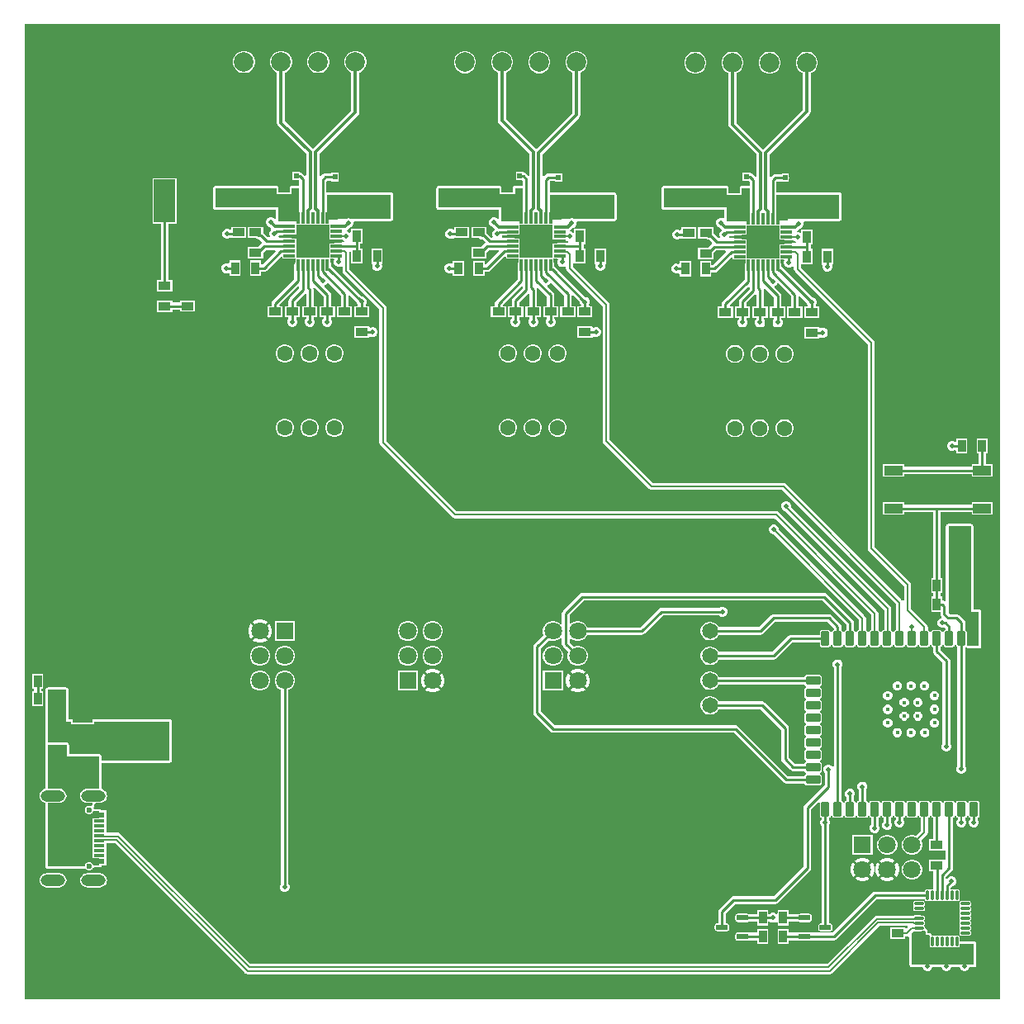
<source format=gtl>
G04*
G04 #@! TF.GenerationSoftware,Altium Limited,Altium Designer,22.11.1 (43)*
G04*
G04 Layer_Physical_Order=1*
G04 Layer_Color=255*
%FSLAX25Y25*%
%MOIN*%
G70*
G04*
G04 #@! TF.SameCoordinates,EC01C676-AF26-4C78-A894-FF1C61784DD5*
G04*
G04*
G04 #@! TF.FilePolarity,Positive*
G04*
G01*
G75*
%ADD12C,0.01000*%
%ADD13R,0.04488X0.02362*%
%ADD14R,0.04488X0.01181*%
G04:AMPARAMS|DCode=15|XSize=48.42mil|YSize=23.23mil|CornerRadius=5.81mil|HoleSize=0mil|Usage=FLASHONLY|Rotation=0.000|XOffset=0mil|YOffset=0mil|HoleType=Round|Shape=RoundedRectangle|*
%AMROUNDEDRECTD15*
21,1,0.04842,0.01161,0,0,0.0*
21,1,0.03681,0.02323,0,0,0.0*
1,1,0.01161,0.01841,-0.00581*
1,1,0.01161,-0.01841,-0.00581*
1,1,0.01161,-0.01841,0.00581*
1,1,0.01161,0.01841,0.00581*
%
%ADD15ROUNDEDRECTD15*%
%ADD16R,0.08465X0.12598*%
%ADD17R,0.08465X0.03543*%
%ADD18R,0.07480X0.03937*%
G04:AMPARAMS|DCode=19|XSize=35.43mil|YSize=35.43mil|CornerRadius=4.43mil|HoleSize=0mil|Usage=FLASHONLY|Rotation=270.000|XOffset=0mil|YOffset=0mil|HoleType=Round|Shape=RoundedRectangle|*
%AMROUNDEDRECTD19*
21,1,0.03543,0.02657,0,0,270.0*
21,1,0.02657,0.03543,0,0,270.0*
1,1,0.00886,-0.01329,-0.01329*
1,1,0.00886,-0.01329,0.01329*
1,1,0.00886,0.01329,0.01329*
1,1,0.00886,0.01329,-0.01329*
%
%ADD19ROUNDEDRECTD19*%
G04:AMPARAMS|DCode=20|XSize=59.06mil|YSize=35.43mil|CornerRadius=4.43mil|HoleSize=0mil|Usage=FLASHONLY|Rotation=270.000|XOffset=0mil|YOffset=0mil|HoleType=Round|Shape=RoundedRectangle|*
%AMROUNDEDRECTD20*
21,1,0.05906,0.02657,0,0,270.0*
21,1,0.05020,0.03543,0,0,270.0*
1,1,0.00886,-0.01329,-0.02510*
1,1,0.00886,-0.01329,0.02510*
1,1,0.00886,0.01329,0.02510*
1,1,0.00886,0.01329,-0.02510*
%
%ADD20ROUNDEDRECTD20*%
G04:AMPARAMS|DCode=21|XSize=35.43mil|YSize=59.06mil|CornerRadius=4.43mil|HoleSize=0mil|Usage=FLASHONLY|Rotation=270.000|XOffset=0mil|YOffset=0mil|HoleType=Round|Shape=RoundedRectangle|*
%AMROUNDEDRECTD21*
21,1,0.03543,0.05020,0,0,270.0*
21,1,0.02657,0.05906,0,0,270.0*
1,1,0.00886,-0.02510,-0.01329*
1,1,0.00886,-0.02510,0.01329*
1,1,0.00886,0.02510,0.01329*
1,1,0.00886,0.02510,-0.01329*
%
%ADD21ROUNDEDRECTD21*%
G04:AMPARAMS|DCode=23|XSize=10.24mil|YSize=38.19mil|CornerRadius=2.56mil|HoleSize=0mil|Usage=FLASHONLY|Rotation=0.000|XOffset=0mil|YOffset=0mil|HoleType=Round|Shape=RoundedRectangle|*
%AMROUNDEDRECTD23*
21,1,0.01024,0.03307,0,0,0.0*
21,1,0.00512,0.03819,0,0,0.0*
1,1,0.00512,0.00256,-0.01654*
1,1,0.00512,-0.00256,-0.01654*
1,1,0.00512,-0.00256,0.01654*
1,1,0.00512,0.00256,0.01654*
%
%ADD23ROUNDEDRECTD23*%
G04:AMPARAMS|DCode=24|XSize=10.24mil|YSize=38.19mil|CornerRadius=2.56mil|HoleSize=0mil|Usage=FLASHONLY|Rotation=270.000|XOffset=0mil|YOffset=0mil|HoleType=Round|Shape=RoundedRectangle|*
%AMROUNDEDRECTD24*
21,1,0.01024,0.03307,0,0,270.0*
21,1,0.00512,0.03819,0,0,270.0*
1,1,0.00512,-0.01654,-0.00256*
1,1,0.00512,-0.01654,0.00256*
1,1,0.00512,0.01654,0.00256*
1,1,0.00512,0.01654,-0.00256*
%
%ADD24ROUNDEDRECTD24*%
%ADD25R,0.12402X0.12402*%
%ADD26R,0.01181X0.04528*%
%ADD27R,0.04528X0.01181*%
%ADD28R,0.03937X0.06299*%
%ADD29R,0.03543X0.05118*%
%ADD30R,0.01968X0.02362*%
%ADD31R,0.05118X0.03543*%
%ADD32R,0.06299X0.03937*%
%ADD64C,0.00755*%
%ADD65C,0.01200*%
%ADD66C,0.07874*%
%ADD67C,0.02362*%
%ADD68O,0.09843X0.04724*%
%ADD69C,0.06496*%
%ADD70C,0.07087*%
%ADD71R,0.07087X0.07087*%
%ADD72R,0.07874X0.15748*%
%ADD73R,0.08661X0.17323*%
%ADD74R,0.15748X0.07874*%
%ADD75C,0.06299*%
%ADD76R,0.07087X0.07087*%
%ADD77C,0.01772*%
%ADD78C,0.02000*%
G36*
X393701D02*
X0D01*
Y393701D01*
X393701D01*
Y0D01*
D02*
G37*
%LPC*%
G36*
X119197Y382884D02*
X118029D01*
X116901Y382581D01*
X115889Y381997D01*
X115063Y381171D01*
X114479Y380159D01*
X114176Y379031D01*
Y377863D01*
X114479Y376734D01*
X115063Y375723D01*
X115889Y374896D01*
X116901Y374312D01*
X118029Y374010D01*
X119197D01*
X120326Y374312D01*
X121338Y374896D01*
X122164Y375723D01*
X122748Y376734D01*
X123050Y377863D01*
Y379031D01*
X122748Y380159D01*
X122164Y381171D01*
X121338Y381997D01*
X120326Y382581D01*
X119197Y382884D01*
D02*
G37*
G36*
X89197D02*
X88029D01*
X86901Y382581D01*
X85889Y381997D01*
X85063Y381171D01*
X84479Y380159D01*
X84176Y379031D01*
Y377863D01*
X84479Y376734D01*
X85063Y375723D01*
X85889Y374896D01*
X86901Y374312D01*
X88029Y374010D01*
X89197D01*
X90326Y374312D01*
X91338Y374896D01*
X92164Y375723D01*
X92748Y376734D01*
X93050Y377863D01*
Y379031D01*
X92748Y380159D01*
X92164Y381171D01*
X91338Y381997D01*
X90326Y382581D01*
X89197Y382884D01*
D02*
G37*
G36*
X208384Y382837D02*
X207216D01*
X206087Y382535D01*
X205076Y381950D01*
X204250Y381124D01*
X203665Y380113D01*
X203363Y378984D01*
Y377816D01*
X203665Y376687D01*
X204250Y375676D01*
X205076Y374850D01*
X206087Y374265D01*
X207216Y373963D01*
X208384D01*
X209513Y374265D01*
X210524Y374850D01*
X211350Y375676D01*
X211935Y376687D01*
X212237Y377816D01*
Y378984D01*
X211935Y380113D01*
X211350Y381124D01*
X210524Y381950D01*
X209513Y382535D01*
X208384Y382837D01*
D02*
G37*
G36*
X178384D02*
X177216D01*
X176087Y382535D01*
X175076Y381950D01*
X174249Y381124D01*
X173665Y380113D01*
X173363Y378984D01*
Y377816D01*
X173665Y376687D01*
X174249Y375676D01*
X175076Y374850D01*
X176087Y374265D01*
X177216Y373963D01*
X178384D01*
X179513Y374265D01*
X180524Y374850D01*
X181351Y375676D01*
X181935Y376687D01*
X182237Y377816D01*
Y378984D01*
X181935Y380113D01*
X181351Y381124D01*
X180524Y381950D01*
X179513Y382535D01*
X178384Y382837D01*
D02*
G37*
G36*
X301393Y382637D02*
X300224D01*
X299096Y382335D01*
X298084Y381750D01*
X297258Y380924D01*
X296674Y379913D01*
X296372Y378784D01*
Y377616D01*
X296674Y376487D01*
X297258Y375476D01*
X298084Y374650D01*
X299096Y374065D01*
X300224Y373763D01*
X301393D01*
X302521Y374065D01*
X303533Y374650D01*
X304359Y375476D01*
X304943Y376487D01*
X305246Y377616D01*
Y378784D01*
X304943Y379913D01*
X304359Y380924D01*
X303533Y381750D01*
X302521Y382335D01*
X301393Y382637D01*
D02*
G37*
G36*
X271393D02*
X270224D01*
X269096Y382335D01*
X268084Y381750D01*
X267258Y380924D01*
X266674Y379913D01*
X266372Y378784D01*
Y377616D01*
X266674Y376487D01*
X267258Y375476D01*
X268084Y374650D01*
X269096Y374065D01*
X270224Y373763D01*
X271393D01*
X272521Y374065D01*
X273533Y374650D01*
X274359Y375476D01*
X274943Y376487D01*
X275246Y377616D01*
Y378784D01*
X274943Y379913D01*
X274359Y380924D01*
X273533Y381750D01*
X272521Y382335D01*
X271393Y382637D01*
D02*
G37*
G36*
X134197Y382884D02*
X133029D01*
X131901Y382581D01*
X130889Y381997D01*
X130063Y381171D01*
X129479Y380159D01*
X129176Y379031D01*
Y377863D01*
X129479Y376734D01*
X130063Y375723D01*
X130889Y374896D01*
X131901Y374312D01*
X131982Y374290D01*
Y358883D01*
X116450Y343351D01*
X105245Y354556D01*
Y374290D01*
X105326Y374312D01*
X106338Y374896D01*
X107164Y375723D01*
X107748Y376734D01*
X108050Y377863D01*
Y379031D01*
X107748Y380159D01*
X107164Y381171D01*
X106338Y381997D01*
X105326Y382581D01*
X104198Y382884D01*
X103029D01*
X101901Y382581D01*
X100889Y381997D01*
X100063Y381171D01*
X99479Y380159D01*
X99176Y379031D01*
Y377863D01*
X99479Y376734D01*
X100063Y375723D01*
X100889Y374896D01*
X101901Y374312D01*
X101982Y374290D01*
Y353880D01*
X102106Y353256D01*
X102460Y352727D01*
X113769Y341418D01*
Y332727D01*
X113269Y332520D01*
X112313Y333475D01*
X111817Y333807D01*
X111232Y333923D01*
X111184D01*
Y334075D01*
X108216D01*
Y332621D01*
X108171Y332394D01*
X108216Y332167D01*
Y330713D01*
X110750D01*
X110934Y330529D01*
Y328527D01*
X107859D01*
X107469Y328450D01*
X107138Y328229D01*
X106917Y327898D01*
X106840Y327508D01*
Y326192D01*
X102761D01*
Y327508D01*
X102683Y327898D01*
X102462Y328229D01*
X102131Y328450D01*
X101741Y328527D01*
X77251D01*
X76861Y328450D01*
X76530Y328229D01*
X76309Y327898D01*
X76232Y327508D01*
Y319747D01*
X76309Y319357D01*
X76530Y319026D01*
X76861Y318805D01*
X77251Y318727D01*
X101532D01*
Y315144D01*
X101333Y315045D01*
X101032Y314991D01*
X100533Y315489D01*
X99798Y315794D01*
X99002D01*
X98267Y315489D01*
X97704Y314927D01*
X97400Y314192D01*
Y313396D01*
X97704Y312661D01*
X98267Y312098D01*
X99002Y311794D01*
X99093D01*
X99621Y311265D01*
X99525Y310654D01*
X99085Y310214D01*
X98780Y309479D01*
Y308683D01*
X99000Y308153D01*
X98759Y307723D01*
X98298Y307679D01*
X96457Y309520D01*
X96322Y309610D01*
Y311982D01*
X90204D01*
Y307439D01*
X93372D01*
X93453Y307357D01*
X93949Y307026D01*
X94535Y306909D01*
X94742D01*
X95848Y305803D01*
X95799Y305305D01*
X95652Y305207D01*
X94159Y303714D01*
X90204D01*
Y299171D01*
X96322D01*
Y301551D01*
X97366Y302596D01*
X101236D01*
X101428Y302134D01*
X96100Y296806D01*
X95535D01*
Y298336D01*
X90991D01*
Y292217D01*
X95535D01*
Y293747D01*
X96733D01*
X97318Y293864D01*
X97815Y294195D01*
X103726Y300106D01*
X104187Y299915D01*
Y299098D01*
X109404D01*
Y297713D01*
X109081Y297230D01*
X108965Y296645D01*
Y290853D01*
X100113Y282001D01*
X99782Y281505D01*
X99665Y280920D01*
Y279982D01*
X98135D01*
Y275439D01*
X104253D01*
Y279982D01*
X103127D01*
X102920Y280482D01*
X110472Y288034D01*
X110934Y287843D01*
Y287010D01*
X107044Y283121D01*
X106713Y282625D01*
X106597Y282039D01*
Y279982D01*
X105067D01*
Y275439D01*
X106597D01*
Y274875D01*
X106430Y274709D01*
X106126Y273974D01*
Y273179D01*
X106430Y272444D01*
X106993Y271881D01*
X107728Y271576D01*
X108524D01*
X109259Y271881D01*
X109821Y272444D01*
X110126Y273179D01*
Y273974D01*
X109821Y274709D01*
X109655Y274875D01*
Y275439D01*
X111185D01*
Y279982D01*
X109655D01*
Y281406D01*
X113197Y284947D01*
X113697Y284740D01*
Y279982D01*
X112167D01*
Y275439D01*
X113697D01*
Y274875D01*
X113531Y274709D01*
X113226Y273974D01*
Y273179D01*
X113531Y272444D01*
X114093Y271881D01*
X114828Y271576D01*
X115624D01*
X116359Y271881D01*
X116921Y272444D01*
X117226Y273179D01*
Y273974D01*
X116921Y274709D01*
X116755Y274875D01*
Y275439D01*
X118285D01*
Y279982D01*
X116755D01*
Y286580D01*
X116648Y287122D01*
X116670Y287151D01*
X117213Y287264D01*
X120734Y283743D01*
Y279982D01*
X119204D01*
Y275439D01*
X120734D01*
Y274875D01*
X120568Y274709D01*
X120263Y273974D01*
Y273179D01*
X120568Y272444D01*
X121130Y271881D01*
X121865Y271576D01*
X122661D01*
X123396Y271881D01*
X123959Y272444D01*
X124263Y273179D01*
Y273974D01*
X123959Y274709D01*
X123792Y274875D01*
Y275439D01*
X125322D01*
Y279982D01*
X123792D01*
Y284376D01*
X123676Y284962D01*
X123344Y285458D01*
X121010Y287792D01*
X121127Y288382D01*
X121470Y288524D01*
X122032Y289087D01*
X122098Y289244D01*
X122588Y289341D01*
X127671Y284259D01*
Y279982D01*
X126141D01*
Y275439D01*
X132259D01*
Y279982D01*
X130729D01*
Y284235D01*
X131229Y284442D01*
X134141Y281531D01*
Y281296D01*
X134445Y280561D01*
X134524Y280482D01*
X134401Y279982D01*
X133041D01*
Y275439D01*
X139159D01*
Y279982D01*
X137881D01*
X137757Y280482D01*
X137836Y280561D01*
X138141Y281296D01*
Y282092D01*
X137836Y282827D01*
X137274Y283389D01*
X136538Y283694D01*
X136303D01*
X124035Y295963D01*
X123835Y296096D01*
Y296645D01*
X123719Y297230D01*
X123396Y297713D01*
Y299098D01*
X124781D01*
X125195Y298821D01*
X124900Y298111D01*
Y297315D01*
X125205Y296580D01*
X125767Y296017D01*
X126502Y295713D01*
X127298D01*
X127949Y295982D01*
X128449Y295780D01*
Y294092D01*
X128556Y293555D01*
X128860Y293099D01*
X143292Y278667D01*
Y224803D01*
X143399Y224266D01*
X143704Y223810D01*
X172807Y194707D01*
X173263Y194402D01*
X173800Y194296D01*
X302984D01*
X341877Y155403D01*
Y149188D01*
X341585Y149129D01*
X341273Y148921D01*
X341065Y148609D01*
X341037Y148468D01*
X340527D01*
X340499Y148609D01*
X340290Y148921D01*
X339979Y149129D01*
X339686Y149188D01*
Y153966D01*
X339580Y154504D01*
X339275Y154959D01*
X304500Y189734D01*
Y190198D01*
X304195Y190933D01*
X303633Y191496D01*
X302898Y191800D01*
X302102D01*
X301367Y191496D01*
X300804Y190933D01*
X300500Y190198D01*
Y189402D01*
X300804Y188667D01*
X301367Y188104D01*
X302102Y187800D01*
X302462D01*
X336877Y153384D01*
Y149188D01*
X336585Y149129D01*
X336273Y148921D01*
X336065Y148609D01*
X336037Y148468D01*
X335527D01*
X335499Y148609D01*
X335290Y148921D01*
X334979Y149129D01*
X334811Y149163D01*
Y152018D01*
X334695Y152603D01*
X334363Y153100D01*
X323781Y163681D01*
X323285Y164013D01*
X322700Y164129D01*
X225300D01*
X224715Y164013D01*
X224219Y163681D01*
X217410Y156873D01*
X217078Y156377D01*
X216962Y155791D01*
Y151496D01*
X216462Y151361D01*
X215805Y152018D01*
X214883Y152550D01*
X213854Y152826D01*
X212790D01*
X211761Y152550D01*
X210839Y152018D01*
X210087Y151265D01*
X209554Y150343D01*
X209279Y149315D01*
Y148250D01*
X209554Y147222D01*
X209571Y147194D01*
X205806Y143429D01*
X205474Y142933D01*
X205358Y142348D01*
Y115813D01*
X205474Y115227D01*
X205806Y114731D01*
X212419Y108119D01*
X212915Y107787D01*
X213500Y107671D01*
X286467D01*
X306436Y87701D01*
X306932Y87370D01*
X307517Y87253D01*
X314929D01*
X314963Y87086D01*
X315171Y86774D01*
X315483Y86566D01*
X315851Y86493D01*
X320870D01*
X321238Y86566D01*
X321550Y86774D01*
X321759Y87086D01*
X321832Y87454D01*
Y90111D01*
X321759Y90479D01*
X321550Y90791D01*
X321238Y91000D01*
X321097Y91028D01*
Y91538D01*
X321238Y91566D01*
X321550Y91774D01*
X321759Y92086D01*
X321832Y92454D01*
Y95111D01*
X321759Y95479D01*
X321550Y95791D01*
X321238Y96000D01*
X321097Y96028D01*
Y96538D01*
X321238Y96566D01*
X321550Y96774D01*
X321759Y97086D01*
X321832Y97454D01*
Y100111D01*
X321759Y100479D01*
X321550Y100791D01*
X321238Y101000D01*
X321097Y101028D01*
Y101538D01*
X321238Y101566D01*
X321550Y101774D01*
X321759Y102086D01*
X321832Y102454D01*
Y105111D01*
X321759Y105479D01*
X321550Y105791D01*
X321238Y106000D01*
X321097Y106028D01*
Y106538D01*
X321238Y106566D01*
X321550Y106774D01*
X321759Y107086D01*
X321832Y107454D01*
Y110111D01*
X321759Y110479D01*
X321550Y110791D01*
X321238Y111000D01*
X321097Y111028D01*
Y111538D01*
X321238Y111566D01*
X321550Y111774D01*
X321759Y112086D01*
X321832Y112454D01*
Y115111D01*
X321759Y115479D01*
X321550Y115791D01*
X321238Y116000D01*
X321097Y116028D01*
Y116538D01*
X321238Y116566D01*
X321550Y116774D01*
X321759Y117086D01*
X321832Y117454D01*
Y120111D01*
X321759Y120479D01*
X321550Y120791D01*
X321238Y121000D01*
X321097Y121028D01*
Y121538D01*
X321238Y121566D01*
X321550Y121774D01*
X321759Y122086D01*
X321832Y122454D01*
Y125111D01*
X321759Y125479D01*
X321550Y125791D01*
X321238Y126000D01*
X321097Y126028D01*
Y126538D01*
X321238Y126566D01*
X321550Y126774D01*
X321759Y127086D01*
X321832Y127454D01*
Y130111D01*
X321759Y130479D01*
X321550Y130791D01*
X321238Y131000D01*
X320870Y131073D01*
X315851D01*
X315483Y131000D01*
X315171Y130791D01*
X314963Y130479D01*
X314931Y130321D01*
X280150D01*
X279699Y131101D01*
X279001Y131799D01*
X278147Y132293D01*
X277193Y132548D01*
X276207D01*
X275253Y132293D01*
X274399Y131799D01*
X273701Y131101D01*
X273207Y130247D01*
X272952Y129293D01*
Y128307D01*
X273207Y127353D01*
X273701Y126499D01*
X274399Y125801D01*
X275253Y125307D01*
X276207Y125052D01*
X277193D01*
X278147Y125307D01*
X279001Y125801D01*
X279699Y126499D01*
X280140Y127262D01*
X314928D01*
X314963Y127086D01*
X315171Y126774D01*
X315483Y126566D01*
X315624Y126538D01*
Y126028D01*
X315483Y126000D01*
X315171Y125791D01*
X314963Y125479D01*
X314889Y125111D01*
Y122454D01*
X314963Y122086D01*
X315171Y121774D01*
X315483Y121566D01*
X315624Y121538D01*
Y121028D01*
X315483Y121000D01*
X315171Y120791D01*
X314963Y120479D01*
X314889Y120111D01*
Y117454D01*
X314963Y117086D01*
X315171Y116774D01*
X315483Y116566D01*
X315624Y116538D01*
Y116028D01*
X315483Y116000D01*
X315171Y115791D01*
X314963Y115479D01*
X314889Y115111D01*
Y112454D01*
X314963Y112086D01*
X315171Y111774D01*
X315483Y111566D01*
X315624Y111538D01*
Y111028D01*
X315483Y111000D01*
X315171Y110791D01*
X314963Y110479D01*
X314889Y110111D01*
Y107454D01*
X314963Y107086D01*
X315171Y106774D01*
X315483Y106566D01*
X315624Y106538D01*
Y106028D01*
X315483Y106000D01*
X315171Y105791D01*
X314963Y105479D01*
X314889Y105111D01*
Y102454D01*
X314963Y102086D01*
X315171Y101774D01*
X315483Y101566D01*
X315624Y101538D01*
Y101028D01*
X315483Y101000D01*
X315171Y100791D01*
X314963Y100479D01*
X314889Y100111D01*
Y97454D01*
X314963Y97086D01*
X315171Y96774D01*
X315483Y96566D01*
X315624Y96538D01*
Y96028D01*
X315483Y96000D01*
X315171Y95791D01*
X314963Y95479D01*
X314929Y95312D01*
X310937D01*
X308529Y97719D01*
Y109620D01*
X308413Y110205D01*
X308081Y110701D01*
X298901Y119881D01*
X298405Y120213D01*
X297820Y120329D01*
X280145D01*
X279699Y121101D01*
X279001Y121799D01*
X278147Y122293D01*
X277193Y122548D01*
X276207D01*
X275253Y122293D01*
X274399Y121799D01*
X273701Y121101D01*
X273207Y120247D01*
X272952Y119293D01*
Y118307D01*
X273207Y117353D01*
X273701Y116499D01*
X274399Y115801D01*
X275253Y115307D01*
X276207Y115052D01*
X277193D01*
X278147Y115307D01*
X279001Y115801D01*
X279699Y116499D01*
X280145Y117271D01*
X297186D01*
X305471Y108986D01*
Y97086D01*
X305587Y96500D01*
X305919Y96004D01*
X309222Y92701D01*
X309718Y92370D01*
X310303Y92253D01*
X314929D01*
X314963Y92086D01*
X315171Y91774D01*
X315483Y91566D01*
X315624Y91538D01*
Y91028D01*
X315483Y91000D01*
X315171Y90791D01*
X314963Y90479D01*
X314929Y90312D01*
X308151D01*
X288181Y110281D01*
X287685Y110613D01*
X287100Y110729D01*
X214134D01*
X208417Y116446D01*
Y141715D01*
X211733Y145031D01*
X211761Y145015D01*
X212790Y144739D01*
X213854D01*
X214883Y145015D01*
X215805Y145547D01*
X216462Y146204D01*
X216962Y146069D01*
Y143613D01*
X217078Y143028D01*
X217410Y142532D01*
X219570Y140371D01*
X219554Y140343D01*
X219279Y139315D01*
Y138250D01*
X219554Y137222D01*
X220087Y136300D01*
X220839Y135547D01*
X221761Y135015D01*
X222790Y134739D01*
X223854D01*
X224883Y135015D01*
X225805Y135547D01*
X226557Y136300D01*
X227090Y137222D01*
X227365Y138250D01*
Y139315D01*
X227090Y140343D01*
X226557Y141265D01*
X225805Y142018D01*
X224883Y142550D01*
X223854Y142826D01*
X222790D01*
X221761Y142550D01*
X221733Y142534D01*
X220021Y144247D01*
Y145659D01*
X220521Y145866D01*
X220839Y145547D01*
X221761Y145015D01*
X222790Y144739D01*
X223854D01*
X224883Y145015D01*
X225805Y145547D01*
X226557Y146300D01*
X227090Y147222D01*
X227098Y147253D01*
X249295D01*
X249880Y147370D01*
X250376Y147701D01*
X257746Y155071D01*
X280410D01*
X280576Y154904D01*
X281311Y154600D01*
X282106D01*
X282842Y154904D01*
X283404Y155467D01*
X283709Y156202D01*
Y156998D01*
X283404Y157733D01*
X282842Y158296D01*
X282106Y158600D01*
X281311D01*
X280576Y158296D01*
X280410Y158129D01*
X257112D01*
X256527Y158013D01*
X256031Y157681D01*
X248661Y150312D01*
X227098D01*
X227090Y150343D01*
X226557Y151265D01*
X225805Y152018D01*
X224883Y152550D01*
X223854Y152826D01*
X222790D01*
X221761Y152550D01*
X220839Y152018D01*
X220521Y151699D01*
X220021Y151907D01*
Y155158D01*
X225934Y161071D01*
X322066D01*
X331752Y151385D01*
Y149163D01*
X331585Y149129D01*
X331273Y148921D01*
X331065Y148609D01*
X331037Y148468D01*
X330527D01*
X330499Y148609D01*
X330290Y148921D01*
X329978Y149129D01*
X329811Y149163D01*
Y150518D01*
X329695Y151103D01*
X329363Y151600D01*
X325781Y155181D01*
X325285Y155513D01*
X324700Y155629D01*
X302500D01*
X301915Y155513D01*
X301419Y155181D01*
X296567Y150329D01*
X280145D01*
X279699Y151101D01*
X279001Y151799D01*
X278147Y152293D01*
X277193Y152548D01*
X276207D01*
X275253Y152293D01*
X274399Y151799D01*
X273701Y151101D01*
X273207Y150247D01*
X272952Y149293D01*
Y148307D01*
X273207Y147353D01*
X273701Y146499D01*
X274399Y145801D01*
X275253Y145307D01*
X276207Y145052D01*
X277193D01*
X278147Y145307D01*
X279001Y145801D01*
X279699Y146499D01*
X280145Y147271D01*
X297200D01*
X297785Y147387D01*
X298281Y147719D01*
X303134Y152571D01*
X324066D01*
X326752Y149885D01*
Y149163D01*
X326585Y149129D01*
X326273Y148921D01*
X326065Y148609D01*
X326037Y148468D01*
X325527D01*
X325499Y148609D01*
X325290Y148921D01*
X324978Y149129D01*
X324611Y149203D01*
X321953D01*
X321585Y149129D01*
X321273Y148921D01*
X321065Y148609D01*
X320992Y148241D01*
Y147261D01*
X309432D01*
X308846Y147144D01*
X308350Y146813D01*
X301867Y140329D01*
X280145D01*
X279699Y141101D01*
X279001Y141799D01*
X278147Y142293D01*
X277193Y142548D01*
X276207D01*
X275253Y142293D01*
X274399Y141799D01*
X273701Y141101D01*
X273207Y140247D01*
X272952Y139293D01*
Y138307D01*
X273207Y137353D01*
X273701Y136499D01*
X274399Y135801D01*
X275253Y135307D01*
X276207Y135052D01*
X277193D01*
X278147Y135307D01*
X279001Y135801D01*
X279699Y136499D01*
X280145Y137271D01*
X302500D01*
X303085Y137387D01*
X303581Y137719D01*
X310065Y144202D01*
X320992D01*
Y143222D01*
X321065Y142854D01*
X321273Y142542D01*
X321585Y142333D01*
X321953Y142260D01*
X324611D01*
X324978Y142333D01*
X325290Y142542D01*
X325499Y142854D01*
X325527Y142995D01*
X326037D01*
X326065Y142854D01*
X326273Y142542D01*
X326585Y142333D01*
X326953Y142260D01*
X329611D01*
X329978Y142333D01*
X330290Y142542D01*
X330499Y142854D01*
X330527Y142995D01*
X331037D01*
X331065Y142854D01*
X331273Y142542D01*
X331585Y142333D01*
X331953Y142260D01*
X334611D01*
X334979Y142333D01*
X335290Y142542D01*
X335499Y142854D01*
X335527Y142995D01*
X336037D01*
X336065Y142854D01*
X336273Y142542D01*
X336585Y142333D01*
X336953Y142260D01*
X339611D01*
X339979Y142333D01*
X340290Y142542D01*
X340499Y142854D01*
X340527Y142995D01*
X341037D01*
X341065Y142854D01*
X341273Y142542D01*
X341585Y142333D01*
X341953Y142260D01*
X344611D01*
X344978Y142333D01*
X345290Y142542D01*
X345499Y142854D01*
X345527Y142995D01*
X346037D01*
X346065Y142854D01*
X346273Y142542D01*
X346585Y142333D01*
X346953Y142260D01*
X349611D01*
X349978Y142333D01*
X350290Y142542D01*
X350499Y142854D01*
X350527Y142995D01*
X351037D01*
X351065Y142854D01*
X351273Y142542D01*
X351585Y142333D01*
X351953Y142260D01*
X354611D01*
X354978Y142333D01*
X355290Y142542D01*
X355499Y142854D01*
X355527Y142995D01*
X356037D01*
X356065Y142854D01*
X356273Y142542D01*
X356585Y142333D01*
X356953Y142260D01*
X359611D01*
X359979Y142333D01*
X360290Y142542D01*
X360499Y142854D01*
X360527Y142995D01*
X361037D01*
X361065Y142854D01*
X361273Y142542D01*
X361585Y142333D01*
X361953Y142260D01*
X364611D01*
X364979Y142333D01*
X365290Y142542D01*
X365499Y142854D01*
X365527Y142995D01*
X366037D01*
X366065Y142854D01*
X366273Y142542D01*
X366585Y142333D01*
X366753Y142300D01*
Y140613D01*
X366869Y140028D01*
X367200Y139532D01*
X370614Y136118D01*
Y103399D01*
X370448Y103233D01*
X370143Y102498D01*
Y101702D01*
X370448Y100967D01*
X371010Y100405D01*
X371745Y100100D01*
X372541D01*
X373276Y100405D01*
X373839Y100967D01*
X374143Y101702D01*
Y102498D01*
X373839Y103233D01*
X373673Y103399D01*
Y136752D01*
X373556Y137337D01*
X373225Y137833D01*
X369811Y141247D01*
Y142300D01*
X369978Y142333D01*
X370290Y142542D01*
X370499Y142854D01*
X370527Y142995D01*
X371037D01*
X371065Y142854D01*
X371273Y142542D01*
X371585Y142333D01*
X371953Y142260D01*
X374611D01*
X374978Y142333D01*
X375290Y142542D01*
X375499Y142854D01*
X375527Y142995D01*
X376037D01*
X376065Y142854D01*
X376273Y142542D01*
X376585Y142333D01*
X376614Y142328D01*
Y94317D01*
X376448Y94151D01*
X376144Y93416D01*
Y92620D01*
X376448Y91885D01*
X377011Y91322D01*
X377746Y91018D01*
X378541D01*
X379277Y91322D01*
X379839Y91885D01*
X380144Y92620D01*
Y93416D01*
X379839Y94151D01*
X379673Y94317D01*
Y141930D01*
X379706Y141958D01*
X379920Y142074D01*
X380173Y142140D01*
X380240Y142096D01*
X380355Y142001D01*
X380404Y141986D01*
X380446Y141958D01*
X380593Y141929D01*
X380736Y141885D01*
X380786Y141890D01*
X380836Y141880D01*
X385300D01*
X385690Y141958D01*
X386021Y142179D01*
X386242Y142510D01*
X386320Y142900D01*
Y156600D01*
X386242Y156990D01*
X386021Y157321D01*
X385690Y157542D01*
X385300Y157620D01*
X383020D01*
Y191000D01*
X382943Y191390D01*
X382722Y191721D01*
X382391Y191942D01*
X382001Y192020D01*
X373001D01*
X372611Y191942D01*
X372280Y191721D01*
X372059Y191390D01*
X371981Y191000D01*
Y161115D01*
X371481Y160847D01*
X371233Y161013D01*
X370648Y161129D01*
X370553D01*
Y162659D01*
X369811D01*
Y164123D01*
X370553D01*
Y170241D01*
X369811D01*
Y196671D01*
X382381D01*
Y195731D01*
X390861D01*
Y200669D01*
X382381D01*
Y199729D01*
X355035D01*
Y200669D01*
X346554D01*
Y195731D01*
X355035D01*
Y196671D01*
X366753D01*
Y170241D01*
X366010D01*
Y164123D01*
X366753D01*
Y162659D01*
X366010D01*
Y156541D01*
X369753D01*
Y155600D01*
X369869Y155015D01*
X370200Y154519D01*
X370239Y154480D01*
X370069Y153943D01*
X369515Y153714D01*
X368952Y153151D01*
X368648Y152416D01*
Y151620D01*
X368952Y150885D01*
X369515Y150323D01*
X370250Y150018D01*
X371046D01*
X371362Y150149D01*
X371753Y149834D01*
Y149163D01*
X371585Y149129D01*
X371273Y148921D01*
X371065Y148609D01*
X371037Y148468D01*
X370527D01*
X370499Y148609D01*
X370290Y148921D01*
X369978Y149129D01*
X369611Y149203D01*
X366953D01*
X366585Y149129D01*
X366273Y148921D01*
X366065Y148609D01*
X366037Y148468D01*
X365527D01*
X365499Y148609D01*
X365290Y148921D01*
X364979Y149129D01*
X364686Y149188D01*
Y150354D01*
X364580Y150892D01*
X364275Y151347D01*
X357851Y157772D01*
Y167368D01*
X357744Y167905D01*
X357439Y168361D01*
X343204Y182596D01*
Y265066D01*
X343098Y265603D01*
X342793Y266059D01*
X313397Y295455D01*
Y296431D01*
X313543Y296870D01*
X318086D01*
Y302989D01*
X317344D01*
Y304756D01*
X318086D01*
Y310874D01*
X313543D01*
Y309747D01*
X313042Y309545D01*
X312390Y309815D01*
X311988D01*
X311886Y310315D01*
X312310Y310599D01*
X312858Y311147D01*
X312949D01*
X313684Y311451D01*
X314247Y312014D01*
X314551Y312749D01*
Y313545D01*
X314420Y313860D01*
X314698Y314276D01*
X328951D01*
X329341Y314354D01*
X329672Y314575D01*
X329893Y314906D01*
X329971Y315296D01*
Y324926D01*
X329893Y325316D01*
X329672Y325647D01*
X329341Y325868D01*
X328951Y325945D01*
X303618D01*
Y330021D01*
X303812Y330216D01*
X305667D01*
Y330064D01*
X308635D01*
Y331518D01*
X308681Y331745D01*
X308635Y331972D01*
Y333426D01*
X305667D01*
Y333275D01*
X303179D01*
X302593Y333158D01*
X302097Y332827D01*
X301382Y332112D01*
X300883Y332319D01*
Y341171D01*
X316962Y357251D01*
X317316Y357780D01*
X317440Y358404D01*
Y374044D01*
X317521Y374065D01*
X318533Y374650D01*
X319359Y375476D01*
X319943Y376487D01*
X320246Y377616D01*
Y378784D01*
X319943Y379913D01*
X319359Y380924D01*
X318533Y381750D01*
X317521Y382335D01*
X316393Y382637D01*
X315225D01*
X314096Y382335D01*
X313084Y381750D01*
X312258Y380924D01*
X311674Y379913D01*
X311372Y378784D01*
Y377616D01*
X311674Y376487D01*
X312258Y375476D01*
X313084Y374650D01*
X314096Y374065D01*
X314177Y374044D01*
Y359080D01*
X298201Y343104D01*
X287440Y353865D01*
Y374044D01*
X287521Y374065D01*
X288533Y374650D01*
X289359Y375476D01*
X289943Y376487D01*
X290246Y377616D01*
Y378784D01*
X289943Y379913D01*
X289359Y380924D01*
X288533Y381750D01*
X287521Y382335D01*
X286393Y382637D01*
X285225D01*
X284096Y382335D01*
X283084Y381750D01*
X282258Y380924D01*
X281674Y379913D01*
X281372Y378784D01*
Y377616D01*
X281674Y376487D01*
X282258Y375476D01*
X283084Y374650D01*
X284096Y374065D01*
X284177Y374044D01*
Y353189D01*
X284301Y352565D01*
X284655Y352036D01*
X295520Y341171D01*
Y332480D01*
X295020Y332273D01*
X294064Y333228D01*
X293568Y333560D01*
X292983Y333676D01*
X292935D01*
Y333828D01*
X289967D01*
Y332374D01*
X289922Y332147D01*
X289967Y331920D01*
Y330466D01*
X292501D01*
X292685Y330282D01*
Y328527D01*
X289610D01*
X289220Y328450D01*
X288889Y328229D01*
X288668Y327898D01*
X288591Y327508D01*
Y325945D01*
X284512D01*
Y327508D01*
X284434Y327898D01*
X284213Y328229D01*
X283882Y328450D01*
X283492Y328527D01*
X258251D01*
X257861Y328450D01*
X257530Y328229D01*
X257309Y327898D01*
X257232Y327508D01*
Y319747D01*
X257309Y319357D01*
X257530Y319026D01*
X257861Y318805D01*
X258251Y318727D01*
X282532D01*
Y315648D01*
X282032Y315347D01*
X281549Y315547D01*
X280753D01*
X280018Y315242D01*
X279456Y314680D01*
X279151Y313945D01*
Y313149D01*
X279456Y312414D01*
X280018Y311851D01*
X280753Y311547D01*
X280844D01*
X281475Y310915D01*
X281399Y310529D01*
X280836Y309967D01*
X280532Y309232D01*
Y308436D01*
X280751Y307906D01*
X280510Y307476D01*
X280049Y307432D01*
X278208Y309273D01*
X278073Y309363D01*
Y311735D01*
X271955D01*
Y307192D01*
X275123D01*
X275204Y307110D01*
X275701Y306779D01*
X276286Y306662D01*
X276493D01*
X277599Y305556D01*
X277550Y305058D01*
X277403Y304960D01*
X275910Y303467D01*
X271955D01*
Y298924D01*
X278073D01*
Y301305D01*
X279118Y302349D01*
X282987D01*
X283179Y301887D01*
X277851Y296559D01*
X277286D01*
Y298089D01*
X272743D01*
Y291970D01*
X277286D01*
Y293500D01*
X278484D01*
X279069Y293617D01*
X279566Y293948D01*
X285477Y299859D01*
X285939Y299668D01*
Y298851D01*
X291155D01*
Y297466D01*
X290833Y296983D01*
X290716Y296398D01*
Y290606D01*
X281864Y281754D01*
X281533Y281258D01*
X281416Y280673D01*
Y279735D01*
X279887D01*
Y275192D01*
X286005D01*
Y279735D01*
X284878D01*
X284671Y280235D01*
X292223Y287787D01*
X292685Y287596D01*
Y286763D01*
X288796Y282874D01*
X288464Y282378D01*
X288348Y281792D01*
Y279735D01*
X286818D01*
Y275192D01*
X288348D01*
Y274629D01*
X288182Y274463D01*
X287877Y273727D01*
Y272932D01*
X288182Y272197D01*
X288744Y271634D01*
X289479Y271330D01*
X290275D01*
X291010Y271634D01*
X291573Y272197D01*
X291877Y272932D01*
Y273727D01*
X291573Y274463D01*
X291407Y274629D01*
Y275192D01*
X292936D01*
Y279735D01*
X291407D01*
Y281159D01*
X294948Y284700D01*
X295448Y284493D01*
Y279735D01*
X293918D01*
Y275192D01*
X295448D01*
Y274629D01*
X295282Y274463D01*
X294977Y273727D01*
Y272932D01*
X295282Y272197D01*
X295844Y271634D01*
X296579Y271330D01*
X297375D01*
X298110Y271634D01*
X298673Y272197D01*
X298977Y272932D01*
Y273727D01*
X298673Y274463D01*
X298507Y274629D01*
Y275192D01*
X300036D01*
Y279735D01*
X298507D01*
Y286333D01*
X298399Y286875D01*
X298421Y286904D01*
X298964Y287017D01*
X302485Y283496D01*
Y279735D01*
X300955D01*
Y275192D01*
X302485D01*
Y274629D01*
X302319Y274463D01*
X302014Y273727D01*
Y272932D01*
X302319Y272197D01*
X302881Y271634D01*
X303616Y271330D01*
X304412D01*
X305147Y271634D01*
X305710Y272197D01*
X306014Y272932D01*
Y273727D01*
X305710Y274463D01*
X305544Y274629D01*
Y275192D01*
X307073D01*
Y279735D01*
X305544D01*
Y284130D01*
X305427Y284715D01*
X305096Y285211D01*
X302761Y287546D01*
X302878Y288135D01*
X303221Y288277D01*
X303784Y288840D01*
X303849Y288997D01*
X304339Y289094D01*
X309422Y284012D01*
Y279735D01*
X307892D01*
Y275192D01*
X314010D01*
Y279735D01*
X312481D01*
Y283988D01*
X312981Y284195D01*
X315892Y281284D01*
Y281049D01*
X316196Y280314D01*
X316275Y280235D01*
X316152Y279735D01*
X314792D01*
Y275192D01*
X320910D01*
Y279735D01*
X319632D01*
X319508Y280235D01*
X319587Y280314D01*
X319892Y281049D01*
Y281845D01*
X319587Y282580D01*
X319025Y283142D01*
X318290Y283447D01*
X318055D01*
X305786Y295716D01*
X305586Y295849D01*
Y296398D01*
X305470Y296983D01*
X305147Y297466D01*
Y298851D01*
X306532D01*
X306946Y298575D01*
X306651Y297864D01*
Y297068D01*
X306956Y296333D01*
X307518Y295770D01*
X308253Y295466D01*
X309049D01*
X309784Y295770D01*
X310088Y296074D01*
X310588Y295867D01*
Y294873D01*
X310695Y294336D01*
X310999Y293880D01*
X340395Y264484D01*
Y182014D01*
X340502Y181477D01*
X340807Y181021D01*
X355042Y166786D01*
Y161234D01*
X354946Y161158D01*
X354275Y161262D01*
X354275Y161262D01*
X307444Y208093D01*
X306989Y208398D01*
X306451Y208505D01*
X253782D01*
X236252Y226034D01*
Y280360D01*
X236146Y280897D01*
X235841Y281353D01*
X221456Y295739D01*
Y297039D01*
X221942Y297071D01*
Y297071D01*
X226486D01*
Y303189D01*
X225744D01*
Y304956D01*
X226486D01*
Y311074D01*
X221942D01*
Y309660D01*
X221443Y309453D01*
X221184Y309711D01*
X220449Y310015D01*
X220388D01*
X220286Y310515D01*
X220710Y310799D01*
X221258Y311347D01*
X221349D01*
X222084Y311651D01*
X222647Y312214D01*
X222951Y312949D01*
Y313745D01*
X222903Y313860D01*
X223181Y314276D01*
X238000D01*
X238390Y314354D01*
X238721Y314575D01*
X238942Y314906D01*
X239020Y315296D01*
Y324926D01*
X238942Y325316D01*
X238721Y325647D01*
X238390Y325868D01*
X238000Y325945D01*
X212200D01*
X212018Y326095D01*
Y330221D01*
X212212Y330416D01*
X214067D01*
Y330264D01*
X217035D01*
Y331718D01*
X217081Y331945D01*
X217035Y332172D01*
Y333626D01*
X214067D01*
Y333475D01*
X211579D01*
X210994Y333358D01*
X210497Y333027D01*
X209783Y332312D01*
X209282Y332519D01*
Y341276D01*
X223954Y355946D01*
X224307Y356476D01*
X224431Y357100D01*
Y374244D01*
X224513Y374265D01*
X225524Y374850D01*
X226350Y375676D01*
X226935Y376687D01*
X227237Y377816D01*
Y378984D01*
X226935Y380113D01*
X226350Y381124D01*
X225524Y381950D01*
X224513Y382535D01*
X223384Y382837D01*
X222216D01*
X221087Y382535D01*
X220076Y381950D01*
X219250Y381124D01*
X218665Y380113D01*
X218363Y378984D01*
Y377816D01*
X218665Y376687D01*
X219250Y375676D01*
X220076Y374850D01*
X221087Y374265D01*
X221169Y374244D01*
Y357776D01*
X206649Y343256D01*
X194431Y355474D01*
Y374244D01*
X194513Y374265D01*
X195524Y374850D01*
X196351Y375676D01*
X196935Y376687D01*
X197237Y377816D01*
Y378984D01*
X196935Y380113D01*
X196351Y381124D01*
X195524Y381950D01*
X194513Y382535D01*
X193384Y382837D01*
X192216D01*
X191087Y382535D01*
X190076Y381950D01*
X189250Y381124D01*
X188665Y380113D01*
X188363Y378984D01*
Y377816D01*
X188665Y376687D01*
X189250Y375676D01*
X190076Y374850D01*
X191087Y374265D01*
X191169Y374244D01*
Y354798D01*
X191293Y354174D01*
X191647Y353644D01*
X203920Y341371D01*
Y332680D01*
X203420Y332473D01*
X202464Y333428D01*
X201968Y333760D01*
X201383Y333876D01*
X201335D01*
Y334028D01*
X198367D01*
Y332574D01*
X198322Y332347D01*
X198367Y332120D01*
Y330666D01*
X200901D01*
X201085Y330482D01*
Y328527D01*
X198010D01*
X197620Y328450D01*
X197289Y328229D01*
X197068Y327898D01*
X196991Y327508D01*
Y326145D01*
X192912D01*
Y327508D01*
X192834Y327898D01*
X192613Y328229D01*
X192282Y328450D01*
X191892Y328527D01*
X167300D01*
X166910Y328450D01*
X166579Y328229D01*
X166358Y327898D01*
X166280Y327508D01*
Y319747D01*
X166358Y319357D01*
X166579Y319026D01*
X166910Y318805D01*
X167300Y318727D01*
X191580D01*
Y315253D01*
X191080Y315046D01*
X190684Y315442D01*
X189949Y315747D01*
X189153D01*
X188418Y315442D01*
X187856Y314880D01*
X187551Y314145D01*
Y313349D01*
X187856Y312614D01*
X188418Y312051D01*
X189153Y311747D01*
X189244D01*
X189875Y311116D01*
X189799Y310730D01*
X189236Y310167D01*
X188932Y309432D01*
Y308636D01*
X189151Y308106D01*
X188910Y307676D01*
X188449Y307632D01*
X186608Y309473D01*
X186473Y309563D01*
Y311935D01*
X180355D01*
Y307392D01*
X183523D01*
X183604Y307310D01*
X184101Y306979D01*
X184686Y306862D01*
X184893D01*
X185999Y305756D01*
X185950Y305258D01*
X185803Y305160D01*
X184310Y303667D01*
X180355D01*
Y299124D01*
X186473D01*
Y301504D01*
X187518Y302549D01*
X191387D01*
X191579Y302087D01*
X186251Y296759D01*
X185686D01*
Y298289D01*
X181142D01*
Y292171D01*
X185686D01*
Y293700D01*
X186884D01*
X187469Y293817D01*
X187966Y294148D01*
X193877Y300059D01*
X194339Y299868D01*
Y299051D01*
X199555D01*
Y297666D01*
X199233Y297183D01*
X199116Y296598D01*
Y290806D01*
X190264Y281954D01*
X189933Y281458D01*
X189816Y280873D01*
Y279935D01*
X188287D01*
Y275392D01*
X194405D01*
Y279935D01*
X193278D01*
X193071Y280435D01*
X200623Y287987D01*
X201085Y287796D01*
Y286963D01*
X197196Y283074D01*
X196864Y282578D01*
X196748Y281993D01*
Y279935D01*
X195218D01*
Y275392D01*
X196748D01*
Y274829D01*
X196582Y274662D01*
X196277Y273927D01*
Y273132D01*
X196582Y272397D01*
X197144Y271834D01*
X197879Y271530D01*
X198675D01*
X199410Y271834D01*
X199973Y272397D01*
X200277Y273132D01*
Y273927D01*
X199973Y274662D01*
X199806Y274829D01*
Y275392D01*
X201336D01*
Y279935D01*
X199806D01*
Y281359D01*
X203348Y284900D01*
X203848Y284693D01*
Y279935D01*
X202318D01*
Y275392D01*
X203848D01*
Y274829D01*
X203682Y274662D01*
X203377Y273927D01*
Y273132D01*
X203682Y272397D01*
X204244Y271834D01*
X204979Y271530D01*
X205775D01*
X206510Y271834D01*
X207073Y272397D01*
X207377Y273132D01*
Y273927D01*
X207073Y274662D01*
X206907Y274829D01*
Y275392D01*
X208436D01*
Y279935D01*
X206907D01*
Y286533D01*
X206799Y287075D01*
X206821Y287104D01*
X207364Y287217D01*
X210885Y283696D01*
Y279935D01*
X209355D01*
Y275392D01*
X210885D01*
Y274829D01*
X210719Y274662D01*
X210414Y273927D01*
Y273132D01*
X210719Y272397D01*
X211281Y271834D01*
X212016Y271530D01*
X212812D01*
X213547Y271834D01*
X214110Y272397D01*
X214414Y273132D01*
Y273927D01*
X214110Y274662D01*
X213944Y274829D01*
Y275392D01*
X215473D01*
Y279935D01*
X213944D01*
Y284330D01*
X213827Y284915D01*
X213496Y285411D01*
X211161Y287746D01*
X211278Y288335D01*
X211621Y288477D01*
X212184Y289040D01*
X212249Y289197D01*
X212739Y289295D01*
X217822Y284212D01*
Y279935D01*
X216292D01*
Y275392D01*
X222410D01*
Y279935D01*
X220881D01*
Y284188D01*
X221381Y284395D01*
X224292Y281484D01*
Y281249D01*
X224596Y280514D01*
X224675Y280435D01*
X224552Y279935D01*
X223192D01*
Y275392D01*
X229310D01*
Y279935D01*
X228032D01*
X227908Y280435D01*
X227987Y280514D01*
X228292Y281249D01*
Y282045D01*
X227987Y282780D01*
X227425Y283342D01*
X226690Y283647D01*
X226455D01*
X214186Y295916D01*
X213986Y296049D01*
Y296598D01*
X213870Y297183D01*
X213547Y297666D01*
Y299051D01*
X214932D01*
X215346Y298775D01*
X215051Y298064D01*
Y297268D01*
X215356Y296533D01*
X215918Y295970D01*
X216653Y295666D01*
X217449D01*
X218184Y295970D01*
X218185Y295971D01*
X218647Y295780D01*
Y295157D01*
X218754Y294619D01*
X219058Y294164D01*
X233443Y279778D01*
Y225452D01*
X233551Y224915D01*
X233855Y224459D01*
X252207Y206107D01*
X252662Y205802D01*
X253200Y205696D01*
X305869D01*
X351877Y159687D01*
Y149188D01*
X351585Y149129D01*
X351273Y148921D01*
X351065Y148609D01*
X351037Y148468D01*
X350527D01*
X350499Y148609D01*
X350290Y148921D01*
X349978Y149129D01*
X349844Y149156D01*
Y157843D01*
X349737Y158380D01*
X349432Y158836D01*
X309400Y198868D01*
Y199598D01*
X309096Y200333D01*
X308533Y200896D01*
X307798Y201200D01*
X307002D01*
X306267Y200896D01*
X305704Y200333D01*
X305400Y199598D01*
Y198802D01*
X305704Y198067D01*
X306267Y197504D01*
X307002Y197200D01*
X307096D01*
X347035Y157261D01*
Y149203D01*
X346953D01*
X346585Y149129D01*
X346273Y148921D01*
X346065Y148609D01*
X346037Y148468D01*
X345527D01*
X345499Y148609D01*
X345290Y148921D01*
X344978Y149129D01*
X344686Y149188D01*
Y155984D01*
X344580Y156522D01*
X344275Y156977D01*
X304559Y196693D01*
X304104Y196998D01*
X303566Y197105D01*
X174382D01*
X146101Y225385D01*
Y279249D01*
X145994Y279786D01*
X145690Y280242D01*
X131258Y294674D01*
Y301549D01*
X131192Y301881D01*
X131540Y302279D01*
X131579Y302299D01*
X131791Y302246D01*
Y297117D01*
X136335D01*
Y303236D01*
X135592D01*
Y305003D01*
X136335D01*
Y311121D01*
X131791D01*
Y309660D01*
X131291Y309453D01*
X130986Y309758D01*
X130251Y310062D01*
X130237D01*
X130135Y310562D01*
X130559Y310846D01*
X131107Y311394D01*
X131198D01*
X131933Y311698D01*
X132495Y312261D01*
X132800Y312996D01*
Y313792D01*
X132772Y313860D01*
X133049Y314276D01*
X147951D01*
X148341Y314354D01*
X148672Y314575D01*
X148893Y314906D01*
X148971Y315296D01*
Y324926D01*
X148893Y325316D01*
X148672Y325647D01*
X148341Y325868D01*
X147951Y325945D01*
X122151D01*
X121866Y326179D01*
Y330268D01*
X122061Y330463D01*
X123916D01*
Y330311D01*
X126884D01*
Y331765D01*
X126929Y331992D01*
X126884Y332219D01*
Y333673D01*
X123916D01*
Y333522D01*
X121428D01*
X120842Y333405D01*
X120346Y333074D01*
X119631Y332359D01*
X119131Y332566D01*
Y341418D01*
X134767Y357054D01*
X135120Y357583D01*
X135245Y358207D01*
Y374290D01*
X135326Y374312D01*
X136338Y374896D01*
X137164Y375723D01*
X137748Y376734D01*
X138050Y377863D01*
Y379031D01*
X137748Y380159D01*
X137164Y381171D01*
X136338Y381997D01*
X135326Y382581D01*
X134197Y382884D01*
D02*
G37*
G36*
X89459Y311982D02*
X83341D01*
Y311073D01*
X83168Y310948D01*
X82841Y310814D01*
X82196Y311081D01*
X81400D01*
X80665Y310776D01*
X80102Y310214D01*
X79798Y309479D01*
Y308683D01*
X80102Y307948D01*
X80665Y307385D01*
X81400Y307081D01*
X82196D01*
X82873Y307361D01*
X83341Y307439D01*
X83341Y307439D01*
X83341Y307439D01*
X89459D01*
Y311982D01*
D02*
G37*
G36*
X179610Y311935D02*
X173492D01*
Y311026D01*
X173320Y310902D01*
X172992Y310767D01*
X172347Y311034D01*
X171551D01*
X170816Y310730D01*
X170254Y310167D01*
X169949Y309432D01*
Y308636D01*
X170254Y307901D01*
X170816Y307339D01*
X171551Y307034D01*
X172347D01*
X173024Y307315D01*
X173492Y307392D01*
X173492Y307392D01*
X173492Y307392D01*
X179610D01*
Y311935D01*
D02*
G37*
G36*
X271210Y311735D02*
X265092D01*
Y310826D01*
X264920Y310702D01*
X264592Y310567D01*
X263947Y310834D01*
X263151D01*
X262416Y310529D01*
X261854Y309967D01*
X261549Y309232D01*
Y308436D01*
X261854Y307701D01*
X262416Y307138D01*
X263151Y306834D01*
X263947D01*
X264624Y307115D01*
X265092Y307192D01*
X265092Y307192D01*
X265092Y307192D01*
X271210D01*
Y311735D01*
D02*
G37*
G36*
X87267Y298336D02*
X82724D01*
Y297434D01*
X82224Y297100D01*
X81798Y297276D01*
X81002D01*
X80267Y296972D01*
X79704Y296409D01*
X79400Y295674D01*
Y294879D01*
X79704Y294144D01*
X80267Y293581D01*
X81002Y293276D01*
X81798D01*
X82224Y293453D01*
X82724Y293119D01*
Y292217D01*
X87267D01*
Y298336D01*
D02*
G37*
G36*
X177418Y298289D02*
X172875D01*
Y297387D01*
X172375Y297053D01*
X171949Y297230D01*
X171153D01*
X170418Y296925D01*
X169856Y296362D01*
X169551Y295627D01*
Y294832D01*
X169856Y294097D01*
X170418Y293534D01*
X171153Y293230D01*
X171949D01*
X172375Y293406D01*
X172875Y293072D01*
Y292171D01*
X177418D01*
Y298289D01*
D02*
G37*
G36*
X269018Y298089D02*
X264475D01*
Y297187D01*
X263975Y296853D01*
X263549Y297030D01*
X262753D01*
X262018Y296725D01*
X261456Y296163D01*
X261151Y295427D01*
Y294632D01*
X261456Y293897D01*
X262018Y293334D01*
X262753Y293030D01*
X263549D01*
X263975Y293206D01*
X264475Y292872D01*
Y291970D01*
X269018D01*
Y298089D01*
D02*
G37*
G36*
X144602Y303236D02*
X140059D01*
Y297117D01*
X140139D01*
X140417Y296702D01*
X140331Y296494D01*
Y295698D01*
X140635Y294963D01*
X141198Y294401D01*
X141933Y294096D01*
X142728D01*
X143464Y294401D01*
X144026Y294963D01*
X144331Y295698D01*
Y296494D01*
X144245Y296702D01*
X144522Y297117D01*
X144602D01*
Y303236D01*
D02*
G37*
G36*
X234753Y303189D02*
X230210D01*
Y297071D01*
X230290D01*
X230568Y296655D01*
X230482Y296447D01*
Y295651D01*
X230786Y294916D01*
X231349Y294354D01*
X232084Y294049D01*
X232880D01*
X233615Y294354D01*
X234177Y294916D01*
X234482Y295651D01*
Y296447D01*
X234396Y296655D01*
X234674Y297071D01*
X234753D01*
Y303189D01*
D02*
G37*
G36*
X326354Y302989D02*
X321810D01*
Y296870D01*
X321890D01*
X322168Y296455D01*
X322082Y296247D01*
Y295451D01*
X322386Y294716D01*
X322949Y294154D01*
X323684Y293849D01*
X324480D01*
X325215Y294154D01*
X325777Y294716D01*
X326082Y295451D01*
Y296247D01*
X325996Y296455D01*
X326274Y296870D01*
X326354D01*
Y302989D01*
D02*
G37*
G36*
X61353Y331561D02*
X51691D01*
Y313239D01*
X55093D01*
Y290399D01*
X53563D01*
Y285856D01*
X59681D01*
Y290399D01*
X58151D01*
Y313239D01*
X61353D01*
Y331561D01*
D02*
G37*
G36*
X68781Y282231D02*
X62663D01*
Y281401D01*
X59681D01*
Y282131D01*
X53563D01*
Y277588D01*
X59681D01*
Y278343D01*
X62663D01*
Y277688D01*
X68781D01*
Y282231D01*
D02*
G37*
G36*
X139159Y271714D02*
X133041D01*
Y267171D01*
X139159D01*
Y267353D01*
X139659Y267647D01*
X140153Y267443D01*
X140949D01*
X141684Y267747D01*
X142247Y268310D01*
X142551Y269045D01*
Y269840D01*
X142247Y270575D01*
X141684Y271138D01*
X140949Y271443D01*
X140153D01*
X139659Y271238D01*
X139159Y271532D01*
Y271714D01*
D02*
G37*
G36*
X229310Y271667D02*
X223192D01*
Y267124D01*
X229310D01*
Y267306D01*
X229810Y267600D01*
X230305Y267396D01*
X231100D01*
X231835Y267700D01*
X232398Y268263D01*
X232702Y268998D01*
Y269794D01*
X232398Y270529D01*
X231835Y271091D01*
X231100Y271396D01*
X230305D01*
X229810Y271191D01*
X229310Y271485D01*
Y271667D01*
D02*
G37*
G36*
X320910Y271467D02*
X314792D01*
Y266924D01*
X320910D01*
Y267106D01*
X321410Y267400D01*
X321904Y267196D01*
X322700D01*
X323435Y267500D01*
X323998Y268063D01*
X324302Y268798D01*
Y269594D01*
X323998Y270329D01*
X323435Y270891D01*
X322700Y271196D01*
X321904D01*
X321410Y270991D01*
X320910Y271285D01*
Y271467D01*
D02*
G37*
G36*
X125581Y264543D02*
X124619D01*
X123691Y264295D01*
X122859Y263814D01*
X122180Y263135D01*
X121699Y262302D01*
X121450Y261374D01*
Y260413D01*
X121699Y259485D01*
X122180Y258653D01*
X122859Y257973D01*
X123691Y257493D01*
X124619Y257244D01*
X125581D01*
X126509Y257493D01*
X127341Y257973D01*
X128020Y258653D01*
X128501Y259485D01*
X128750Y260413D01*
Y261374D01*
X128501Y262302D01*
X128020Y263135D01*
X127341Y263814D01*
X126509Y264295D01*
X125581Y264543D01*
D02*
G37*
G36*
X115580D02*
X114620D01*
X113691Y264295D01*
X112859Y263814D01*
X112180Y263135D01*
X111699Y262302D01*
X111450Y261374D01*
Y260413D01*
X111699Y259485D01*
X112180Y258653D01*
X112859Y257973D01*
X113691Y257493D01*
X114620Y257244D01*
X115580D01*
X116509Y257493D01*
X117341Y257973D01*
X118020Y258653D01*
X118501Y259485D01*
X118750Y260413D01*
Y261374D01*
X118501Y262302D01*
X118020Y263135D01*
X117341Y263814D01*
X116509Y264295D01*
X115580Y264543D01*
D02*
G37*
G36*
X105580D02*
X104620D01*
X103691Y264295D01*
X102859Y263814D01*
X102180Y263135D01*
X101699Y262302D01*
X101450Y261374D01*
Y260413D01*
X101699Y259485D01*
X102180Y258653D01*
X102859Y257973D01*
X103691Y257493D01*
X104620Y257244D01*
X105580D01*
X106509Y257493D01*
X107341Y257973D01*
X108020Y258653D01*
X108501Y259485D01*
X108750Y260413D01*
Y261374D01*
X108501Y262302D01*
X108020Y263135D01*
X107341Y263814D01*
X106509Y264295D01*
X105580Y264543D01*
D02*
G37*
G36*
X215732Y264496D02*
X214771D01*
X213843Y264248D01*
X213010Y263767D01*
X212331Y263088D01*
X211850Y262256D01*
X211602Y261327D01*
Y260366D01*
X211850Y259438D01*
X212331Y258606D01*
X213010Y257927D01*
X213843Y257446D01*
X214771Y257197D01*
X215732D01*
X216660Y257446D01*
X217492Y257927D01*
X218172Y258606D01*
X218652Y259438D01*
X218901Y260366D01*
Y261327D01*
X218652Y262256D01*
X218172Y263088D01*
X217492Y263767D01*
X216660Y264248D01*
X215732Y264496D01*
D02*
G37*
G36*
X205732D02*
X204771D01*
X203842Y264248D01*
X203010Y263767D01*
X202331Y263088D01*
X201850Y262256D01*
X201602Y261327D01*
Y260366D01*
X201850Y259438D01*
X202331Y258606D01*
X203010Y257927D01*
X203842Y257446D01*
X204771Y257197D01*
X205732D01*
X206660Y257446D01*
X207492Y257927D01*
X208172Y258606D01*
X208652Y259438D01*
X208901Y260366D01*
Y261327D01*
X208652Y262256D01*
X208172Y263088D01*
X207492Y263767D01*
X206660Y264248D01*
X205732Y264496D01*
D02*
G37*
G36*
X195732D02*
X194771D01*
X193842Y264248D01*
X193010Y263767D01*
X192331Y263088D01*
X191850Y262256D01*
X191602Y261327D01*
Y260366D01*
X191850Y259438D01*
X192331Y258606D01*
X193010Y257927D01*
X193842Y257446D01*
X194771Y257197D01*
X195732D01*
X196660Y257446D01*
X197492Y257927D01*
X198172Y258606D01*
X198652Y259438D01*
X198901Y260366D01*
Y261327D01*
X198652Y262256D01*
X198172Y263088D01*
X197492Y263767D01*
X196660Y264248D01*
X195732Y264496D01*
D02*
G37*
G36*
X307332Y264297D02*
X306371D01*
X305443Y264048D01*
X304610Y263567D01*
X303931Y262888D01*
X303450Y262056D01*
X303202Y261127D01*
Y260166D01*
X303450Y259238D01*
X303931Y258406D01*
X304610Y257727D01*
X305443Y257246D01*
X306371Y256997D01*
X307332D01*
X308260Y257246D01*
X309092Y257727D01*
X309772Y258406D01*
X310252Y259238D01*
X310501Y260166D01*
Y261127D01*
X310252Y262056D01*
X309772Y262888D01*
X309092Y263567D01*
X308260Y264048D01*
X307332Y264297D01*
D02*
G37*
G36*
X297332D02*
X296371D01*
X295443Y264048D01*
X294610Y263567D01*
X293931Y262888D01*
X293450Y262056D01*
X293202Y261127D01*
Y260166D01*
X293450Y259238D01*
X293931Y258406D01*
X294610Y257727D01*
X295443Y257246D01*
X296371Y256997D01*
X297332D01*
X298260Y257246D01*
X299092Y257727D01*
X299772Y258406D01*
X300252Y259238D01*
X300501Y260166D01*
Y261127D01*
X300252Y262056D01*
X299772Y262888D01*
X299092Y263567D01*
X298260Y264048D01*
X297332Y264297D01*
D02*
G37*
G36*
X287332D02*
X286371D01*
X285442Y264048D01*
X284610Y263567D01*
X283931Y262888D01*
X283450Y262056D01*
X283202Y261127D01*
Y260166D01*
X283450Y259238D01*
X283931Y258406D01*
X284610Y257727D01*
X285442Y257246D01*
X286371Y256997D01*
X287332D01*
X288260Y257246D01*
X289092Y257727D01*
X289772Y258406D01*
X290252Y259238D01*
X290501Y260166D01*
Y261127D01*
X290252Y262056D01*
X289772Y262888D01*
X289092Y263567D01*
X288260Y264048D01*
X287332Y264297D01*
D02*
G37*
G36*
X125581Y234543D02*
X124619D01*
X123691Y234295D01*
X122859Y233814D01*
X122180Y233135D01*
X121699Y232302D01*
X121450Y231374D01*
Y230413D01*
X121699Y229485D01*
X122180Y228653D01*
X122859Y227973D01*
X123691Y227493D01*
X124619Y227244D01*
X125581D01*
X126509Y227493D01*
X127341Y227973D01*
X128020Y228653D01*
X128501Y229485D01*
X128750Y230413D01*
Y231374D01*
X128501Y232302D01*
X128020Y233135D01*
X127341Y233814D01*
X126509Y234295D01*
X125581Y234543D01*
D02*
G37*
G36*
X115580D02*
X114620D01*
X113691Y234295D01*
X112859Y233814D01*
X112180Y233135D01*
X111699Y232302D01*
X111450Y231374D01*
Y230413D01*
X111699Y229485D01*
X112180Y228653D01*
X112859Y227973D01*
X113691Y227493D01*
X114620Y227244D01*
X115580D01*
X116509Y227493D01*
X117341Y227973D01*
X118020Y228653D01*
X118501Y229485D01*
X118750Y230413D01*
Y231374D01*
X118501Y232302D01*
X118020Y233135D01*
X117341Y233814D01*
X116509Y234295D01*
X115580Y234543D01*
D02*
G37*
G36*
X105580D02*
X104620D01*
X103691Y234295D01*
X102859Y233814D01*
X102180Y233135D01*
X101699Y232302D01*
X101450Y231374D01*
Y230413D01*
X101699Y229485D01*
X102180Y228653D01*
X102859Y227973D01*
X103691Y227493D01*
X104620Y227244D01*
X105580D01*
X106509Y227493D01*
X107341Y227973D01*
X108020Y228653D01*
X108501Y229485D01*
X108750Y230413D01*
Y231374D01*
X108501Y232302D01*
X108020Y233135D01*
X107341Y233814D01*
X106509Y234295D01*
X105580Y234543D01*
D02*
G37*
G36*
X215732Y234496D02*
X214771D01*
X213843Y234248D01*
X213010Y233767D01*
X212331Y233088D01*
X211850Y232256D01*
X211602Y231327D01*
Y230366D01*
X211850Y229438D01*
X212331Y228606D01*
X213010Y227926D01*
X213843Y227446D01*
X214771Y227197D01*
X215732D01*
X216660Y227446D01*
X217492Y227926D01*
X218172Y228606D01*
X218652Y229438D01*
X218901Y230366D01*
Y231327D01*
X218652Y232256D01*
X218172Y233088D01*
X217492Y233767D01*
X216660Y234248D01*
X215732Y234496D01*
D02*
G37*
G36*
X205732D02*
X204771D01*
X203842Y234248D01*
X203010Y233767D01*
X202331Y233088D01*
X201850Y232256D01*
X201602Y231327D01*
Y230366D01*
X201850Y229438D01*
X202331Y228606D01*
X203010Y227926D01*
X203842Y227446D01*
X204771Y227197D01*
X205732D01*
X206660Y227446D01*
X207492Y227926D01*
X208172Y228606D01*
X208652Y229438D01*
X208901Y230366D01*
Y231327D01*
X208652Y232256D01*
X208172Y233088D01*
X207492Y233767D01*
X206660Y234248D01*
X205732Y234496D01*
D02*
G37*
G36*
X195732D02*
X194771D01*
X193842Y234248D01*
X193010Y233767D01*
X192331Y233088D01*
X191850Y232256D01*
X191602Y231327D01*
Y230366D01*
X191850Y229438D01*
X192331Y228606D01*
X193010Y227926D01*
X193842Y227446D01*
X194771Y227197D01*
X195732D01*
X196660Y227446D01*
X197492Y227926D01*
X198172Y228606D01*
X198652Y229438D01*
X198901Y230366D01*
Y231327D01*
X198652Y232256D01*
X198172Y233088D01*
X197492Y233767D01*
X196660Y234248D01*
X195732Y234496D01*
D02*
G37*
G36*
X307332Y234296D02*
X306371D01*
X305443Y234048D01*
X304610Y233567D01*
X303931Y232888D01*
X303450Y232056D01*
X303202Y231127D01*
Y230166D01*
X303450Y229238D01*
X303931Y228406D01*
X304610Y227727D01*
X305443Y227246D01*
X306371Y226997D01*
X307332D01*
X308260Y227246D01*
X309092Y227727D01*
X309772Y228406D01*
X310252Y229238D01*
X310501Y230166D01*
Y231127D01*
X310252Y232056D01*
X309772Y232888D01*
X309092Y233567D01*
X308260Y234048D01*
X307332Y234296D01*
D02*
G37*
G36*
X297332D02*
X296371D01*
X295443Y234048D01*
X294610Y233567D01*
X293931Y232888D01*
X293450Y232056D01*
X293202Y231127D01*
Y230166D01*
X293450Y229238D01*
X293931Y228406D01*
X294610Y227727D01*
X295443Y227246D01*
X296371Y226997D01*
X297332D01*
X298260Y227246D01*
X299092Y227727D01*
X299772Y228406D01*
X300252Y229238D01*
X300501Y230166D01*
Y231127D01*
X300252Y232056D01*
X299772Y232888D01*
X299092Y233567D01*
X298260Y234048D01*
X297332Y234296D01*
D02*
G37*
G36*
X287332D02*
X286371D01*
X285442Y234048D01*
X284610Y233567D01*
X283931Y232888D01*
X283450Y232056D01*
X283202Y231127D01*
Y230166D01*
X283450Y229238D01*
X283931Y228406D01*
X284610Y227727D01*
X285442Y227246D01*
X286371Y226997D01*
X287332D01*
X288260Y227246D01*
X289092Y227727D01*
X289772Y228406D01*
X290252Y229238D01*
X290501Y230166D01*
Y231127D01*
X290252Y232056D01*
X289772Y232888D01*
X289092Y233567D01*
X288260Y234048D01*
X287332Y234296D01*
D02*
G37*
G36*
X380625Y226536D02*
X376082D01*
Y225308D01*
X375582Y225132D01*
X375541Y225173D01*
X374806Y225477D01*
X374010D01*
X373275Y225173D01*
X372712Y224610D01*
X372408Y223875D01*
Y223079D01*
X372712Y222344D01*
X373275Y221782D01*
X374010Y221477D01*
X374806D01*
X375541Y221782D01*
X375582Y221823D01*
X376082Y221646D01*
Y220418D01*
X380625D01*
Y226536D01*
D02*
G37*
G36*
X388893D02*
X384350D01*
Y220418D01*
X385092D01*
Y216023D01*
X382381D01*
Y215084D01*
X355035D01*
Y216023D01*
X346554D01*
Y211086D01*
X355035D01*
Y212025D01*
X382381D01*
Y211086D01*
X390861D01*
Y216023D01*
X388151D01*
Y220418D01*
X388893D01*
Y226536D01*
D02*
G37*
G36*
X95724Y153526D02*
X94476D01*
X93269Y153203D01*
X92188Y152578D01*
X92099Y152490D01*
X95100Y149490D01*
X98101Y152490D01*
X98013Y152578D01*
X96931Y153203D01*
X95724Y153526D01*
D02*
G37*
G36*
X98808Y151783D02*
X95807Y148783D01*
X98808Y145782D01*
X98896Y145870D01*
X99520Y146952D01*
X99843Y148158D01*
Y149407D01*
X99520Y150613D01*
X98896Y151695D01*
X98808Y151783D01*
D02*
G37*
G36*
X91392D02*
X91304Y151695D01*
X90680Y150613D01*
X90357Y149407D01*
Y148158D01*
X90680Y146952D01*
X91304Y145870D01*
X91392Y145782D01*
X94393Y148783D01*
X91392Y151783D01*
D02*
G37*
G36*
X165332Y152826D02*
X164268D01*
X163239Y152550D01*
X162317Y152018D01*
X161565Y151265D01*
X161032Y150343D01*
X160757Y149315D01*
Y148250D01*
X161032Y147222D01*
X161565Y146300D01*
X162317Y145547D01*
X163239Y145015D01*
X164268Y144739D01*
X165332D01*
X166361Y145015D01*
X167283Y145547D01*
X168035Y146300D01*
X168568Y147222D01*
X168843Y148250D01*
Y149315D01*
X168568Y150343D01*
X168035Y151265D01*
X167283Y152018D01*
X166361Y152550D01*
X165332Y152826D01*
D02*
G37*
G36*
X155332D02*
X154268D01*
X153239Y152550D01*
X152317Y152018D01*
X151565Y151265D01*
X151032Y150343D01*
X150757Y149315D01*
Y148250D01*
X151032Y147222D01*
X151565Y146300D01*
X152317Y145547D01*
X153239Y145015D01*
X154268Y144739D01*
X155332D01*
X156361Y145015D01*
X157283Y145547D01*
X158035Y146300D01*
X158568Y147222D01*
X158843Y148250D01*
Y149315D01*
X158568Y150343D01*
X158035Y151265D01*
X157283Y152018D01*
X156361Y152550D01*
X155332Y152826D01*
D02*
G37*
G36*
X109143D02*
X101057D01*
Y144739D01*
X109143D01*
Y152826D01*
D02*
G37*
G36*
X95100Y148076D02*
X92099Y145075D01*
X92188Y144987D01*
X93269Y144363D01*
X94476Y144039D01*
X95724D01*
X96931Y144363D01*
X98013Y144987D01*
X98101Y145075D01*
X95100Y148076D01*
D02*
G37*
G36*
X213854Y142826D02*
X212790D01*
X211761Y142550D01*
X210839Y142018D01*
X210087Y141265D01*
X209554Y140343D01*
X209279Y139315D01*
Y138250D01*
X209554Y137222D01*
X210087Y136300D01*
X210839Y135547D01*
X211761Y135015D01*
X212790Y134739D01*
X213854D01*
X214883Y135015D01*
X215805Y135547D01*
X216558Y136300D01*
X217090Y137222D01*
X217365Y138250D01*
Y139315D01*
X217090Y140343D01*
X216558Y141265D01*
X215805Y142018D01*
X214883Y142550D01*
X213854Y142826D01*
D02*
G37*
G36*
X165332D02*
X164268D01*
X163239Y142550D01*
X162317Y142018D01*
X161565Y141265D01*
X161032Y140343D01*
X160757Y139315D01*
Y138250D01*
X161032Y137222D01*
X161565Y136300D01*
X162317Y135547D01*
X163239Y135015D01*
X164268Y134739D01*
X165332D01*
X166361Y135015D01*
X167283Y135547D01*
X168035Y136300D01*
X168568Y137222D01*
X168843Y138250D01*
Y139315D01*
X168568Y140343D01*
X168035Y141265D01*
X167283Y142018D01*
X166361Y142550D01*
X165332Y142826D01*
D02*
G37*
G36*
X155332D02*
X154268D01*
X153239Y142550D01*
X152317Y142018D01*
X151565Y141265D01*
X151032Y140343D01*
X150757Y139315D01*
Y138250D01*
X151032Y137222D01*
X151565Y136300D01*
X152317Y135547D01*
X153239Y135015D01*
X154268Y134739D01*
X155332D01*
X156361Y135015D01*
X157283Y135547D01*
X158035Y136300D01*
X158568Y137222D01*
X158843Y138250D01*
Y139315D01*
X158568Y140343D01*
X158035Y141265D01*
X157283Y142018D01*
X156361Y142550D01*
X155332Y142826D01*
D02*
G37*
G36*
X105632D02*
X104568D01*
X103539Y142550D01*
X102617Y142018D01*
X101865Y141265D01*
X101332Y140343D01*
X101057Y139315D01*
Y138250D01*
X101332Y137222D01*
X101865Y136300D01*
X102617Y135547D01*
X103539Y135015D01*
X104568Y134739D01*
X105632D01*
X106661Y135015D01*
X107583Y135547D01*
X108335Y136300D01*
X108868Y137222D01*
X109143Y138250D01*
Y139315D01*
X108868Y140343D01*
X108335Y141265D01*
X107583Y142018D01*
X106661Y142550D01*
X105632Y142826D01*
D02*
G37*
G36*
X95632D02*
X94568D01*
X93539Y142550D01*
X92617Y142018D01*
X91865Y141265D01*
X91332Y140343D01*
X91057Y139315D01*
Y138250D01*
X91332Y137222D01*
X91865Y136300D01*
X92617Y135547D01*
X93539Y135015D01*
X94568Y134739D01*
X95632D01*
X96661Y135015D01*
X97583Y135547D01*
X98335Y136300D01*
X98868Y137222D01*
X99143Y138250D01*
Y139315D01*
X98868Y140343D01*
X98335Y141265D01*
X97583Y142018D01*
X96661Y142550D01*
X95632Y142826D01*
D02*
G37*
G36*
X223946Y133526D02*
X222698D01*
X221491Y133203D01*
X220410Y132578D01*
X220322Y132490D01*
X223322Y129490D01*
X226323Y132490D01*
X226235Y132578D01*
X225153Y133203D01*
X223946Y133526D01*
D02*
G37*
G36*
X165425D02*
X164175D01*
X162969Y133203D01*
X161888Y132578D01*
X161800Y132490D01*
X164800Y129490D01*
X167800Y132490D01*
X167712Y132578D01*
X166631Y133203D01*
X165425Y133526D01*
D02*
G37*
G36*
X219615Y131783D02*
X219527Y131695D01*
X218902Y130614D01*
X218579Y129407D01*
Y128158D01*
X218902Y126952D01*
X219527Y125870D01*
X219615Y125782D01*
X222615Y128783D01*
X219615Y131783D01*
D02*
G37*
G36*
X161092D02*
X161004Y131695D01*
X160380Y130614D01*
X160057Y129407D01*
Y128158D01*
X160380Y126952D01*
X161004Y125870D01*
X161092Y125782D01*
X164093Y128783D01*
X161092Y131783D01*
D02*
G37*
G36*
X227030Y131783D02*
X224029Y128783D01*
X227030Y125782D01*
X227118Y125870D01*
X227742Y126952D01*
X228065Y128158D01*
Y129407D01*
X227742Y130614D01*
X227118Y131695D01*
X227030Y131783D01*
D02*
G37*
G36*
X168508Y131783D02*
X165507Y128783D01*
X168508Y125782D01*
X168596Y125870D01*
X169220Y126952D01*
X169543Y128158D01*
Y129407D01*
X169220Y130614D01*
X168596Y131695D01*
X168508Y131783D01*
D02*
G37*
G36*
X363657Y128523D02*
X362907D01*
X362214Y128236D01*
X361683Y127705D01*
X361396Y127012D01*
Y126262D01*
X361683Y125569D01*
X362214Y125038D01*
X362907Y124751D01*
X363657D01*
X364350Y125038D01*
X364881Y125569D01*
X365168Y126262D01*
Y127012D01*
X364881Y127705D01*
X364350Y128236D01*
X363657Y128523D01*
D02*
G37*
G36*
X358263D02*
X357513D01*
X356820Y128236D01*
X356290Y127705D01*
X356002Y127012D01*
Y126262D01*
X356290Y125569D01*
X356820Y125038D01*
X357513Y124751D01*
X358263D01*
X358956Y125038D01*
X359487Y125569D01*
X359774Y126262D01*
Y127012D01*
X359487Y127705D01*
X358956Y128236D01*
X358263Y128523D01*
D02*
G37*
G36*
X352751D02*
X352001D01*
X351308Y128236D01*
X350778Y127705D01*
X350491Y127012D01*
Y126262D01*
X350778Y125569D01*
X351308Y125038D01*
X352001Y124751D01*
X352751D01*
X353445Y125038D01*
X353975Y125569D01*
X354262Y126262D01*
Y127012D01*
X353975Y127705D01*
X353445Y128236D01*
X352751Y128523D01*
D02*
G37*
G36*
X217365Y132826D02*
X209279D01*
Y124739D01*
X217365D01*
Y132826D01*
D02*
G37*
G36*
X158843D02*
X150757D01*
Y124739D01*
X158843D01*
Y132826D01*
D02*
G37*
G36*
X95632D02*
X94568D01*
X93539Y132550D01*
X92617Y132018D01*
X91865Y131265D01*
X91332Y130343D01*
X91057Y129315D01*
Y128250D01*
X91332Y127222D01*
X91865Y126300D01*
X92617Y125547D01*
X93539Y125015D01*
X94568Y124739D01*
X95632D01*
X96661Y125015D01*
X97583Y125547D01*
X98335Y126300D01*
X98868Y127222D01*
X99143Y128250D01*
Y129315D01*
X98868Y130343D01*
X98335Y131265D01*
X97583Y132018D01*
X96661Y132550D01*
X95632Y132826D01*
D02*
G37*
G36*
X223322Y128076D02*
X220322Y125075D01*
X220410Y124987D01*
X221491Y124363D01*
X222698Y124039D01*
X223946D01*
X225153Y124363D01*
X226235Y124987D01*
X226323Y125075D01*
X223322Y128076D01*
D02*
G37*
G36*
X164800Y128076D02*
X161800Y125075D01*
X161888Y124987D01*
X162969Y124363D01*
X164175Y124039D01*
X165425D01*
X166631Y124363D01*
X167712Y124987D01*
X167800Y125075D01*
X164800Y128076D01*
D02*
G37*
G36*
X367712Y124586D02*
X366962D01*
X366269Y124299D01*
X365738Y123768D01*
X365451Y123075D01*
Y122325D01*
X365738Y121632D01*
X366269Y121101D01*
X366962Y120814D01*
X367712D01*
X368405Y121101D01*
X368936Y121632D01*
X369223Y122325D01*
Y123075D01*
X368936Y123768D01*
X368405Y124299D01*
X367712Y124586D01*
D02*
G37*
G36*
X348815D02*
X348064D01*
X347371Y124299D01*
X346841Y123768D01*
X346553Y123075D01*
Y122325D01*
X346841Y121632D01*
X347371Y121101D01*
X348064Y120814D01*
X348815D01*
X349508Y121101D01*
X350038Y121632D01*
X350325Y122325D01*
Y123075D01*
X350038Y123768D01*
X349508Y124299D01*
X348815Y124586D01*
D02*
G37*
G36*
X7639Y131459D02*
X3095D01*
Y125341D01*
X3838D01*
Y124559D01*
X3095D01*
Y118441D01*
X7639D01*
Y124559D01*
X6896D01*
Y125341D01*
X7639D01*
Y131459D01*
D02*
G37*
G36*
X361019Y121830D02*
X360269D01*
X359576Y121543D01*
X359045Y121012D01*
X358758Y120319D01*
Y119569D01*
X359045Y118876D01*
X359576Y118345D01*
X360269Y118058D01*
X361019D01*
X361712Y118345D01*
X362243Y118876D01*
X362530Y119569D01*
Y120319D01*
X362243Y121012D01*
X361712Y121543D01*
X361019Y121830D01*
D02*
G37*
G36*
X355507D02*
X354757D01*
X354064Y121543D01*
X353534Y121012D01*
X353246Y120319D01*
Y119569D01*
X353534Y118876D01*
X354064Y118345D01*
X354757Y118058D01*
X355507D01*
X356201Y118345D01*
X356731Y118876D01*
X357018Y119569D01*
Y120319D01*
X356731Y121012D01*
X356201Y121543D01*
X355507Y121830D01*
D02*
G37*
G36*
X367712Y119074D02*
X366962D01*
X366269Y118787D01*
X365738Y118256D01*
X365451Y117563D01*
Y116813D01*
X365738Y116120D01*
X366269Y115589D01*
X366962Y115302D01*
X367712D01*
X368405Y115589D01*
X368936Y116120D01*
X369223Y116813D01*
Y117563D01*
X368936Y118256D01*
X368405Y118787D01*
X367712Y119074D01*
D02*
G37*
G36*
X348815D02*
X348064D01*
X347371Y118787D01*
X346841Y118256D01*
X346553Y117563D01*
Y116813D01*
X346841Y116120D01*
X347371Y115589D01*
X348064Y115302D01*
X348815D01*
X349508Y115589D01*
X350038Y116120D01*
X350325Y116813D01*
Y117563D01*
X350038Y118256D01*
X349508Y118787D01*
X348815Y119074D01*
D02*
G37*
G36*
X361019Y116318D02*
X360269D01*
X359576Y116031D01*
X359045Y115500D01*
X358758Y114807D01*
Y114057D01*
X359045Y113364D01*
X359576Y112834D01*
X360269Y112547D01*
X361019D01*
X361712Y112834D01*
X362243Y113364D01*
X362530Y114057D01*
Y114807D01*
X362243Y115500D01*
X361712Y116031D01*
X361019Y116318D01*
D02*
G37*
G36*
X355507D02*
X354757D01*
X354064Y116031D01*
X353534Y115500D01*
X353246Y114807D01*
Y114057D01*
X353534Y113364D01*
X354064Y112834D01*
X354757Y112547D01*
X355507D01*
X356201Y112834D01*
X356731Y113364D01*
X357018Y114057D01*
Y114807D01*
X356731Y115500D01*
X356201Y116031D01*
X355507Y116318D01*
D02*
G37*
G36*
X367712Y113562D02*
X366962D01*
X366269Y113275D01*
X365738Y112745D01*
X365451Y112051D01*
Y111301D01*
X365738Y110608D01*
X366269Y110078D01*
X366962Y109791D01*
X367712D01*
X368405Y110078D01*
X368936Y110608D01*
X369223Y111301D01*
Y112051D01*
X368936Y112745D01*
X368405Y113275D01*
X367712Y113562D01*
D02*
G37*
G36*
X348815D02*
X348064D01*
X347371Y113275D01*
X346841Y112745D01*
X346553Y112051D01*
Y111301D01*
X346841Y110608D01*
X347371Y110078D01*
X348064Y109791D01*
X348815D01*
X349508Y110078D01*
X350038Y110608D01*
X350325Y111301D01*
Y112051D01*
X350038Y112745D01*
X349508Y113275D01*
X348815Y113562D01*
D02*
G37*
G36*
X363775Y109625D02*
X363025D01*
X362332Y109338D01*
X361801Y108808D01*
X361514Y108115D01*
Y107364D01*
X361801Y106671D01*
X362332Y106141D01*
X363025Y105853D01*
X363775D01*
X364468Y106141D01*
X364999Y106671D01*
X365286Y107364D01*
Y108115D01*
X364999Y108808D01*
X364468Y109338D01*
X363775Y109625D01*
D02*
G37*
G36*
X358263D02*
X357513D01*
X356820Y109338D01*
X356290Y108808D01*
X356002Y108115D01*
Y107364D01*
X356290Y106671D01*
X356820Y106141D01*
X357513Y105853D01*
X358263D01*
X358956Y106141D01*
X359487Y106671D01*
X359774Y107364D01*
Y108115D01*
X359487Y108808D01*
X358956Y109338D01*
X358263Y109625D01*
D02*
G37*
G36*
X352751D02*
X352001D01*
X351308Y109338D01*
X350778Y108808D01*
X350491Y108115D01*
Y107364D01*
X350778Y106671D01*
X351308Y106141D01*
X352001Y105853D01*
X352751D01*
X353445Y106141D01*
X353975Y106671D01*
X354262Y107364D01*
Y108115D01*
X353975Y108808D01*
X353445Y109338D01*
X352751Y109625D01*
D02*
G37*
G36*
X328680Y137300D02*
X327884D01*
X327149Y136995D01*
X326586Y136433D01*
X326282Y135698D01*
Y134902D01*
X326586Y134167D01*
X326752Y134001D01*
Y94167D01*
X326368Y94042D01*
X326253Y94035D01*
X325712Y94575D01*
X324977Y94880D01*
X324182D01*
X323447Y94575D01*
X322884Y94012D01*
X322580Y93277D01*
Y92482D01*
X322884Y91747D01*
X323050Y91581D01*
Y86613D01*
X314938Y78501D01*
X314607Y78005D01*
X314490Y77420D01*
Y53653D01*
X302532Y41695D01*
X286176D01*
X285591Y41578D01*
X285095Y41247D01*
X280454Y36606D01*
X280122Y36110D01*
X280006Y35524D01*
Y30937D01*
X279695D01*
X279273Y30853D01*
X278916Y30614D01*
X278677Y30256D01*
X278593Y29835D01*
Y28673D01*
X278677Y28251D01*
X278916Y27894D01*
X279273Y27655D01*
X279695Y27571D01*
X283376D01*
X283798Y27655D01*
X284155Y27894D01*
X284394Y28251D01*
X284478Y28673D01*
Y29835D01*
X284394Y30256D01*
X284155Y30614D01*
X283798Y30853D01*
X283376Y30937D01*
X283065D01*
Y34891D01*
X286810Y38636D01*
X303165D01*
X303750Y38752D01*
X304247Y39084D01*
X317101Y51938D01*
X317433Y52434D01*
X317549Y53020D01*
Y76786D01*
X320580Y79817D01*
X321036Y79566D01*
X320992Y79344D01*
Y74324D01*
X321065Y73956D01*
X321273Y73644D01*
X321585Y73436D01*
X321753Y73403D01*
Y72799D01*
X321586Y72633D01*
X321282Y71898D01*
Y71102D01*
X321586Y70367D01*
X321753Y70201D01*
Y30937D01*
X321441D01*
X321020Y30853D01*
X320662Y30614D01*
X320423Y30256D01*
X320339Y29835D01*
Y28673D01*
X320423Y28251D01*
X320662Y27894D01*
X321020Y27655D01*
X321441Y27571D01*
X325122D01*
X325544Y27655D01*
X325902Y27894D01*
X326140Y28251D01*
X326224Y28673D01*
Y29835D01*
X326140Y30256D01*
X325902Y30614D01*
X325544Y30853D01*
X325122Y30937D01*
X324811D01*
Y70201D01*
X324977Y70367D01*
X325282Y71102D01*
Y71898D01*
X324977Y72633D01*
X324811Y72799D01*
Y73403D01*
X324978Y73436D01*
X325290Y73644D01*
X325499Y73956D01*
X325527Y74098D01*
X326037D01*
X326065Y73956D01*
X326273Y73644D01*
X326585Y73436D01*
X326953Y73363D01*
X329611D01*
X329978Y73436D01*
X330290Y73644D01*
X330499Y73956D01*
X330527Y74098D01*
X331037D01*
X331065Y73956D01*
X331273Y73644D01*
X331585Y73436D01*
X331953Y73363D01*
X334611D01*
X334979Y73436D01*
X335290Y73644D01*
X335499Y73956D01*
X335527Y74098D01*
X336037D01*
X336065Y73956D01*
X336273Y73644D01*
X336585Y73436D01*
X336953Y73363D01*
X339611D01*
X339979Y73436D01*
X340290Y73644D01*
X340499Y73956D01*
X340527Y74098D01*
X341037D01*
X341065Y73956D01*
X341273Y73644D01*
X341585Y73436D01*
X341753Y73403D01*
Y70531D01*
X341586Y70365D01*
X341282Y69630D01*
Y68835D01*
X341586Y68099D01*
X342149Y67537D01*
X342884Y67232D01*
X343680D01*
X344415Y67537D01*
X344977Y68099D01*
X345282Y68835D01*
Y69630D01*
X344977Y70365D01*
X344811Y70531D01*
Y73403D01*
X344978Y73436D01*
X345290Y73644D01*
X345499Y73956D01*
X345527Y74098D01*
X346037D01*
X346065Y73956D01*
X346273Y73644D01*
X346585Y73436D01*
X346753Y73403D01*
Y71746D01*
X346586Y71579D01*
X346282Y70844D01*
Y70049D01*
X346586Y69314D01*
X347149Y68751D01*
X347884Y68446D01*
X348680D01*
X349415Y68751D01*
X349977Y69314D01*
X350282Y70049D01*
Y70844D01*
X349977Y71579D01*
X349811Y71746D01*
Y73403D01*
X349978Y73436D01*
X350290Y73644D01*
X350499Y73956D01*
X350527Y74098D01*
X351037D01*
X351065Y73956D01*
X351273Y73644D01*
X351585Y73436D01*
X351752Y73403D01*
Y72799D01*
X351586Y72633D01*
X351282Y71898D01*
Y71102D01*
X351586Y70367D01*
X352149Y69805D01*
X352884Y69500D01*
X353680D01*
X354415Y69805D01*
X354977Y70367D01*
X355282Y71102D01*
Y71898D01*
X354977Y72633D01*
X354811Y72799D01*
Y73403D01*
X354978Y73436D01*
X355290Y73644D01*
X355499Y73956D01*
X355527Y74098D01*
X356037D01*
X356065Y73956D01*
X356273Y73644D01*
X356585Y73436D01*
X356953Y73363D01*
X359611D01*
X359979Y73436D01*
X360290Y73644D01*
X360499Y73956D01*
X360527Y74098D01*
X361037D01*
X361065Y73956D01*
X361273Y73644D01*
X361585Y73436D01*
X361877Y73378D01*
Y68082D01*
X359983Y66187D01*
X359842Y66268D01*
X358814Y66543D01*
X357750D01*
X356721Y66268D01*
X355799Y65736D01*
X355046Y64983D01*
X354514Y64061D01*
X354239Y63032D01*
Y61968D01*
X354514Y60939D01*
X355046Y60017D01*
X355799Y59264D01*
X356721Y58732D01*
X357750Y58457D01*
X358814D01*
X359842Y58732D01*
X360765Y59264D01*
X361517Y60017D01*
X362050Y60939D01*
X362325Y61968D01*
Y63032D01*
X362050Y64061D01*
X361969Y64201D01*
X364275Y66507D01*
X364580Y66962D01*
X364686Y67500D01*
Y73378D01*
X364979Y73436D01*
X365290Y73644D01*
X365499Y73956D01*
X365527Y74098D01*
X366037D01*
X366065Y73956D01*
X366273Y73644D01*
X366585Y73436D01*
X366753Y73403D01*
Y64772D01*
X365223D01*
Y60228D01*
X371252D01*
X371341Y60228D01*
X371753Y60015D01*
Y56717D01*
X371341Y56504D01*
X365223D01*
Y51961D01*
X366952D01*
Y44699D01*
X366769Y44548D01*
X366258D01*
X365963Y44490D01*
X365712Y44322D01*
X365346D01*
X365096Y44490D01*
X364801Y44548D01*
X364289D01*
X363994Y44490D01*
X363744Y44322D01*
X363577Y44072D01*
X363518Y43777D01*
Y43653D01*
X343392D01*
X342807Y43537D01*
X342311Y43205D01*
X326148Y27043D01*
X317301D01*
X317198Y27112D01*
X316776Y27196D01*
X313095D01*
X312673Y27112D01*
X312569Y27043D01*
X308554D01*
Y28573D01*
X304010D01*
Y22455D01*
X308554D01*
Y23984D01*
X312569D01*
X312673Y23915D01*
X313095Y23831D01*
X316776D01*
X317198Y23915D01*
X317301Y23984D01*
X326782D01*
X327367Y24101D01*
X327863Y24432D01*
X344026Y40595D01*
X363518D01*
Y40470D01*
X363577Y40176D01*
X363744Y39926D01*
X363994Y39758D01*
X364289Y39700D01*
X364801D01*
X365096Y39758D01*
X365346Y39926D01*
X365712D01*
X365963Y39758D01*
X366258Y39700D01*
X366769D01*
X367064Y39758D01*
X367314Y39926D01*
X367681D01*
X367931Y39758D01*
X368226Y39700D01*
X368738D01*
X369033Y39758D01*
X369283Y39926D01*
X369650D01*
X369900Y39758D01*
X370195Y39700D01*
X370706D01*
X371001Y39758D01*
X371251Y39926D01*
X371618D01*
X371868Y39758D01*
X372163Y39700D01*
X372675D01*
X372970Y39758D01*
X373220Y39926D01*
X373587D01*
X373836Y39758D01*
X374131Y39700D01*
X374643D01*
X374938Y39758D01*
X375188Y39926D01*
X375555D01*
X375805Y39758D01*
X376100Y39700D01*
X376612D01*
X376907Y39758D01*
X377157Y39926D01*
X377324Y40176D01*
X377382Y40470D01*
Y43777D01*
X377324Y44072D01*
X377157Y44322D01*
X376907Y44490D01*
X376612Y44548D01*
X376100D01*
X375805Y44490D01*
X375555Y44322D01*
X375188D01*
X374938Y44490D01*
X374643Y44548D01*
X374131D01*
X373948Y44699D01*
Y45235D01*
X374414Y45700D01*
X374649D01*
X375384Y46005D01*
X375946Y46567D01*
X376251Y47302D01*
Y48098D01*
X375946Y48833D01*
X375384Y49395D01*
X374649Y49700D01*
X373853D01*
X373118Y49395D01*
X372555Y48833D01*
X372480Y48651D01*
X371980Y48750D01*
Y49616D01*
X374363Y51999D01*
X374695Y52496D01*
X374811Y53081D01*
Y73403D01*
X374978Y73436D01*
X375290Y73644D01*
X375499Y73956D01*
X375527Y74098D01*
X376037D01*
X376065Y73956D01*
X376273Y73644D01*
X376585Y73436D01*
X376802Y73393D01*
X376856Y72902D01*
X376586Y72633D01*
X376282Y71898D01*
Y71102D01*
X376586Y70367D01*
X377149Y69805D01*
X377884Y69500D01*
X378680D01*
X379415Y69805D01*
X379977Y70367D01*
X380282Y71102D01*
Y71898D01*
X379977Y72633D01*
X379708Y72902D01*
X379762Y73393D01*
X379978Y73436D01*
X380290Y73644D01*
X380499Y73956D01*
X380527Y74098D01*
X381037D01*
X381065Y73956D01*
X381273Y73644D01*
X381585Y73436D01*
X381752Y73403D01*
Y72799D01*
X381586Y72633D01*
X381282Y71898D01*
Y71102D01*
X381586Y70367D01*
X382149Y69805D01*
X382884Y69500D01*
X383680D01*
X384415Y69805D01*
X384977Y70367D01*
X385282Y71102D01*
Y71898D01*
X384977Y72633D01*
X384811Y72799D01*
Y73403D01*
X384979Y73436D01*
X385290Y73644D01*
X385499Y73956D01*
X385572Y74324D01*
Y79344D01*
X385499Y79712D01*
X385290Y80023D01*
X384979Y80232D01*
X384611Y80305D01*
X381953D01*
X381585Y80232D01*
X381273Y80023D01*
X381065Y79712D01*
X381037Y79570D01*
X380527D01*
X380499Y79712D01*
X380290Y80023D01*
X379978Y80232D01*
X379611Y80305D01*
X376953D01*
X376585Y80232D01*
X376273Y80023D01*
X376065Y79712D01*
X376037Y79570D01*
X375527D01*
X375499Y79712D01*
X375290Y80023D01*
X374978Y80232D01*
X374611Y80305D01*
X371953D01*
X371585Y80232D01*
X371273Y80023D01*
X371065Y79712D01*
X371037Y79570D01*
X370527D01*
X370499Y79712D01*
X370290Y80023D01*
X369978Y80232D01*
X369611Y80305D01*
X366953D01*
X366585Y80232D01*
X366273Y80023D01*
X366065Y79712D01*
X366037Y79570D01*
X365527D01*
X365499Y79712D01*
X365290Y80023D01*
X364979Y80232D01*
X364611Y80305D01*
X361953D01*
X361585Y80232D01*
X361273Y80023D01*
X361065Y79712D01*
X361037Y79570D01*
X360527D01*
X360499Y79712D01*
X360290Y80023D01*
X359979Y80232D01*
X359611Y80305D01*
X356953D01*
X356585Y80232D01*
X356273Y80023D01*
X356065Y79712D01*
X356037Y79570D01*
X355527D01*
X355499Y79712D01*
X355290Y80023D01*
X354978Y80232D01*
X354611Y80305D01*
X351953D01*
X351585Y80232D01*
X351273Y80023D01*
X351065Y79712D01*
X351037Y79570D01*
X350527D01*
X350499Y79712D01*
X350290Y80023D01*
X349978Y80232D01*
X349611Y80305D01*
X346953D01*
X346585Y80232D01*
X346273Y80023D01*
X346065Y79712D01*
X346037Y79570D01*
X345527D01*
X345499Y79712D01*
X345290Y80023D01*
X344978Y80232D01*
X344611Y80305D01*
X341953D01*
X341585Y80232D01*
X341273Y80023D01*
X341065Y79712D01*
X341037Y79570D01*
X340527D01*
X340499Y79712D01*
X340290Y80023D01*
X339979Y80232D01*
X339811Y80265D01*
Y84681D01*
X339977Y84847D01*
X340282Y85582D01*
Y86377D01*
X339977Y87112D01*
X339415Y87675D01*
X338680Y87980D01*
X337884D01*
X337149Y87675D01*
X336586Y87112D01*
X336282Y86377D01*
Y85582D01*
X336586Y84847D01*
X336753Y84681D01*
Y80265D01*
X336585Y80232D01*
X336273Y80023D01*
X336065Y79712D01*
X336037Y79570D01*
X335527D01*
X335499Y79712D01*
X335290Y80023D01*
X334979Y80232D01*
X334811Y80265D01*
Y81819D01*
X334977Y81985D01*
X335282Y82720D01*
Y83516D01*
X334977Y84251D01*
X334415Y84814D01*
X333680Y85118D01*
X332884D01*
X332149Y84814D01*
X331586Y84251D01*
X331282Y83516D01*
Y82720D01*
X331586Y81985D01*
X331752Y81819D01*
Y80265D01*
X331585Y80232D01*
X331273Y80023D01*
X331065Y79712D01*
X331037Y79570D01*
X330527D01*
X330499Y79712D01*
X330290Y80023D01*
X329978Y80232D01*
X329811Y80265D01*
Y134001D01*
X329977Y134167D01*
X330282Y134902D01*
Y135698D01*
X329977Y136433D01*
X329415Y136995D01*
X328680Y137300D01*
D02*
G37*
G36*
X348814Y66543D02*
X347750D01*
X346721Y66268D01*
X345799Y65736D01*
X345046Y64983D01*
X344514Y64061D01*
X344239Y63032D01*
Y61968D01*
X344514Y60939D01*
X345046Y60017D01*
X345799Y59264D01*
X346721Y58732D01*
X347750Y58457D01*
X348814D01*
X349843Y58732D01*
X350764Y59264D01*
X351517Y60017D01*
X352050Y60939D01*
X352325Y61968D01*
Y63032D01*
X352050Y64061D01*
X351517Y64983D01*
X350764Y65736D01*
X349843Y66268D01*
X348814Y66543D01*
D02*
G37*
G36*
X342325D02*
X334239D01*
Y58457D01*
X342325D01*
Y66543D01*
D02*
G37*
G36*
X348906Y57243D02*
X347657D01*
X346451Y56920D01*
X345369Y56296D01*
X345281Y56208D01*
X348282Y53207D01*
X351282Y56208D01*
X351194Y56296D01*
X350113Y56920D01*
X348906Y57243D01*
D02*
G37*
G36*
X338906D02*
X337657D01*
X336451Y56920D01*
X335369Y56296D01*
X335281Y56208D01*
X338282Y53207D01*
X341282Y56208D01*
X341194Y56296D01*
X340113Y56920D01*
X338906Y57243D01*
D02*
G37*
G36*
X351990Y55501D02*
X348989Y52500D01*
X351990Y49499D01*
X352078Y49588D01*
X352702Y50669D01*
X353025Y51876D01*
Y53124D01*
X352702Y54331D01*
X352078Y55413D01*
X351990Y55501D01*
D02*
G37*
G36*
X341989D02*
X338989Y52500D01*
X341989Y49499D01*
X342077Y49588D01*
X342702Y50669D01*
X343025Y51876D01*
Y53124D01*
X342702Y54331D01*
X342077Y55413D01*
X341989Y55501D01*
D02*
G37*
G36*
X344574Y55501D02*
X344486Y55413D01*
X343862Y54331D01*
X343539Y53124D01*
Y51876D01*
X343862Y50669D01*
X344486Y49588D01*
X344574Y49499D01*
X347575Y52500D01*
X344574Y55501D01*
D02*
G37*
G36*
X334574D02*
X334486Y55413D01*
X333862Y54331D01*
X333539Y53124D01*
Y51876D01*
X333862Y50669D01*
X334486Y49588D01*
X334574Y49499D01*
X337575Y52500D01*
X334574Y55501D01*
D02*
G37*
G36*
X358814Y56543D02*
X357750D01*
X356721Y56268D01*
X355799Y55735D01*
X355046Y54983D01*
X354514Y54061D01*
X354239Y53032D01*
Y51968D01*
X354514Y50939D01*
X355046Y50017D01*
X355799Y49265D01*
X356721Y48732D01*
X357750Y48457D01*
X358814D01*
X359842Y48732D01*
X360765Y49265D01*
X361517Y50017D01*
X362050Y50939D01*
X362325Y51968D01*
Y53032D01*
X362050Y54061D01*
X361517Y54983D01*
X360765Y55735D01*
X359842Y56268D01*
X358814Y56543D01*
D02*
G37*
G36*
X348282Y51793D02*
X345281Y48792D01*
X345369Y48704D01*
X346451Y48080D01*
X347657Y47757D01*
X348906D01*
X350113Y48080D01*
X351194Y48704D01*
X351282Y48792D01*
X348282Y51793D01*
D02*
G37*
G36*
X338282D02*
X335281Y48792D01*
X335369Y48704D01*
X336451Y48080D01*
X337657Y47757D01*
X338906D01*
X340113Y48080D01*
X341194Y48704D01*
X341282Y48792D01*
X338282Y51793D01*
D02*
G37*
G36*
X30526Y51059D02*
X25408D01*
X24661Y50961D01*
X23964Y50673D01*
X23367Y50214D01*
X22908Y49616D01*
X22619Y48920D01*
X22521Y48172D01*
X22619Y47425D01*
X22908Y46729D01*
X23367Y46131D01*
X23964Y45672D01*
X24661Y45384D01*
X25408Y45285D01*
X30526D01*
X31273Y45384D01*
X31969Y45672D01*
X32567Y46131D01*
X33026Y46729D01*
X33314Y47425D01*
X33413Y48172D01*
X33314Y48920D01*
X33026Y49616D01*
X32567Y50214D01*
X31969Y50673D01*
X31273Y50961D01*
X30526Y51059D01*
D02*
G37*
G36*
X14109D02*
X8991D01*
X8243Y50961D01*
X7547Y50673D01*
X6949Y50214D01*
X6490Y49616D01*
X6202Y48920D01*
X6104Y48172D01*
X6202Y47425D01*
X6490Y46729D01*
X6949Y46131D01*
X7547Y45672D01*
X8243Y45384D01*
X8991Y45285D01*
X14109D01*
X14856Y45384D01*
X15552Y45672D01*
X16150Y46131D01*
X16609Y46729D01*
X16897Y47425D01*
X16996Y48172D01*
X16897Y48920D01*
X16609Y49616D01*
X16150Y50214D01*
X15552Y50673D01*
X14856Y50961D01*
X14109Y51059D01*
D02*
G37*
G36*
X105632Y132826D02*
X104568D01*
X103539Y132550D01*
X102617Y132018D01*
X101865Y131265D01*
X101332Y130343D01*
X101057Y129315D01*
Y128250D01*
X101332Y127222D01*
X101865Y126300D01*
X102617Y125547D01*
X103539Y125015D01*
X103571Y125006D01*
Y46716D01*
X103404Y46549D01*
X103100Y45814D01*
Y45019D01*
X103404Y44284D01*
X103967Y43721D01*
X104702Y43417D01*
X105498D01*
X106233Y43721D01*
X106796Y44284D01*
X107100Y45019D01*
Y45814D01*
X106796Y46549D01*
X106629Y46716D01*
Y125006D01*
X106661Y125015D01*
X107583Y125547D01*
X108335Y126300D01*
X108868Y127222D01*
X109143Y128250D01*
Y129315D01*
X108868Y130343D01*
X108335Y131265D01*
X107583Y132018D01*
X106661Y132550D01*
X105632Y132826D01*
D02*
G37*
G36*
X362773Y39725D02*
X359466D01*
X359171Y39667D01*
X358921Y39500D01*
X358754Y39250D01*
X358695Y38955D01*
Y38443D01*
X358754Y38148D01*
X358921Y37898D01*
Y37531D01*
X358754Y37281D01*
X358695Y36986D01*
Y36474D01*
X358754Y36179D01*
X358921Y35929D01*
X359171Y35762D01*
X359466Y35704D01*
X362773D01*
X363068Y35762D01*
X363318Y35929D01*
X363485Y36179D01*
X363544Y36474D01*
Y36986D01*
X363485Y37281D01*
X363318Y37531D01*
Y37898D01*
X363485Y38148D01*
X363544Y38443D01*
Y38955D01*
X363485Y39250D01*
X363318Y39500D01*
X363068Y39667D01*
X362773Y39725D01*
D02*
G37*
G36*
X308554Y36053D02*
X304010D01*
Y34667D01*
X303510Y34460D01*
X303281Y34690D01*
X302546Y34994D01*
X301750D01*
X301015Y34690D01*
X300849Y34523D01*
X300286D01*
Y36053D01*
X295743D01*
Y34523D01*
X292248D01*
X292144Y34593D01*
X291722Y34677D01*
X288041D01*
X287620Y34593D01*
X287262Y34354D01*
X287023Y33996D01*
X286940Y33575D01*
Y32413D01*
X287023Y31992D01*
X287262Y31634D01*
X287620Y31395D01*
X288041Y31312D01*
X291722D01*
X292144Y31395D01*
X292248Y31465D01*
X295743D01*
Y29935D01*
X300286D01*
Y31465D01*
X300849D01*
X301015Y31299D01*
X301750Y30994D01*
X302546D01*
X303281Y31299D01*
X303510Y31528D01*
X304010Y31321D01*
Y29935D01*
X308554D01*
Y31465D01*
X312569D01*
X312673Y31395D01*
X313095Y31312D01*
X316776D01*
X317198Y31395D01*
X317555Y31634D01*
X317794Y31992D01*
X317878Y32413D01*
Y33575D01*
X317794Y33996D01*
X317555Y34354D01*
X317198Y34593D01*
X316776Y34677D01*
X313095D01*
X312673Y34593D01*
X312569Y34523D01*
X308554D01*
Y36053D01*
D02*
G37*
G36*
X16900Y126020D02*
X9501D01*
X9111Y125942D01*
X8780Y125721D01*
X8559Y125390D01*
X8481Y125000D01*
Y103880D01*
X8559Y103490D01*
X8639Y103370D01*
X8559Y103251D01*
X8481Y102861D01*
Y85115D01*
X8428Y85040D01*
X8243Y85016D01*
X7547Y84728D01*
X6949Y84269D01*
X6490Y83671D01*
X6202Y82975D01*
X6104Y82228D01*
X6202Y81480D01*
X6490Y80784D01*
X6949Y80186D01*
X7547Y79727D01*
X8243Y79439D01*
X8428Y79415D01*
X8481Y79341D01*
Y53822D01*
X8559Y53432D01*
X8780Y53101D01*
X9111Y52880D01*
X9501Y52802D01*
X24357D01*
X24626Y52856D01*
X25085Y52397D01*
X25703Y52141D01*
X26372D01*
X26990Y52397D01*
X27463Y52870D01*
X27629Y53271D01*
X27667Y53263D01*
X30250D01*
X30641Y53341D01*
X30971Y53562D01*
X31192Y53892D01*
X31228Y54070D01*
X32994D01*
Y59188D01*
Y63028D01*
X33197Y63068D01*
X36665D01*
X89101Y10632D01*
X89557Y10327D01*
X90095Y10220D01*
X325182D01*
X325720Y10327D01*
X326175Y10632D01*
X345221Y29677D01*
X356387D01*
X356579Y29215D01*
X356135Y28772D01*
X355635Y28979D01*
Y29159D01*
X349517D01*
Y24616D01*
X355635D01*
Y25483D01*
X356238D01*
X356762Y25588D01*
X356776Y25590D01*
X357262Y25314D01*
Y14027D01*
X357340Y13637D01*
X357561Y13306D01*
X357892Y13085D01*
X358282Y13007D01*
X362605D01*
X362849Y12418D01*
X363412Y11855D01*
X364147Y11551D01*
X364943D01*
X365678Y11855D01*
X366240Y12418D01*
X366484Y13007D01*
X370204D01*
X370448Y12418D01*
X371010Y11855D01*
X371745Y11551D01*
X372541D01*
X373276Y11855D01*
X373839Y12418D01*
X374083Y13007D01*
X377566D01*
X377810Y12418D01*
X378373Y11855D01*
X379108Y11551D01*
X379903D01*
X380638Y11855D01*
X381201Y12418D01*
X381445Y13007D01*
X383282D01*
X383672Y13085D01*
X384003Y13306D01*
X384224Y13637D01*
X384301Y14027D01*
Y22565D01*
X384224Y22955D01*
X384003Y23286D01*
X383672Y23506D01*
X383282Y23584D01*
X377382D01*
Y25116D01*
X377324Y25411D01*
X377157Y25661D01*
X376907Y25828D01*
X376612Y25887D01*
X376100D01*
X375805Y25828D01*
X375555Y25661D01*
X375188D01*
X374938Y25828D01*
X374643Y25887D01*
X374131D01*
X373836Y25828D01*
X373587Y25661D01*
X373220D01*
X372970Y25828D01*
X372675Y25887D01*
X372163D01*
X371868Y25828D01*
X371618Y25661D01*
X371251D01*
X371001Y25828D01*
X370706Y25887D01*
X370195D01*
X369900Y25828D01*
X369650Y25661D01*
X369283D01*
X369033Y25828D01*
X368738Y25887D01*
X368226D01*
X367931Y25828D01*
X367681Y25661D01*
X367314D01*
X367064Y25828D01*
X366769Y25887D01*
X366377D01*
X366313Y26040D01*
X366244Y26140D01*
X366192Y26250D01*
X365857Y26701D01*
X365801Y26751D01*
X365760Y26814D01*
X365655Y26883D01*
X365562Y26968D01*
X365491Y26993D01*
X365429Y27035D01*
X365305Y27059D01*
X365187Y27101D01*
X364930Y27273D01*
X364758Y27530D01*
X364716Y27648D01*
X364692Y27772D01*
X364650Y27834D01*
X364625Y27904D01*
X364541Y27998D01*
X364471Y28102D01*
X364408Y28144D01*
X364358Y28200D01*
X363908Y28535D01*
X363797Y28587D01*
X363697Y28655D01*
X363544Y28720D01*
Y29112D01*
X363485Y29407D01*
X363318Y29657D01*
Y30024D01*
X363485Y30274D01*
X363544Y30569D01*
Y31081D01*
X363485Y31376D01*
X363318Y31626D01*
Y31992D01*
X363485Y32242D01*
X363544Y32537D01*
Y33049D01*
X363485Y33344D01*
X363318Y33594D01*
X363068Y33761D01*
X362773Y33820D01*
X362063D01*
X361657Y34091D01*
X361120Y34198D01*
X360582Y34091D01*
X360541Y34064D01*
X359319D01*
X358782Y33957D01*
X358758Y33941D01*
X344037D01*
X343499Y33834D01*
X343043Y33530D01*
X323998Y14484D01*
X91279D01*
X38842Y66921D01*
X38387Y67225D01*
X37849Y67332D01*
X33197D01*
X32994Y67372D01*
Y69031D01*
Y72968D01*
Y76330D01*
X31228D01*
X31192Y76508D01*
X30971Y76838D01*
X30641Y77059D01*
X30250Y77137D01*
X28112D01*
X27988Y77373D01*
X27955Y77637D01*
X28029Y77696D01*
X28179Y77811D01*
X28229Y77867D01*
X28246Y77896D01*
X28271Y77918D01*
X28345Y78067D01*
X28428Y78211D01*
X28433Y78244D01*
X28448Y78275D01*
X28459Y78441D01*
X28481Y78605D01*
X28472Y78638D01*
X28475Y78672D01*
X28437Y78965D01*
X28767Y79341D01*
X30526D01*
X31273Y79439D01*
X31969Y79727D01*
X32567Y80186D01*
X33026Y80784D01*
X33314Y81480D01*
X33413Y82228D01*
X33314Y82975D01*
X33026Y83671D01*
X32567Y84269D01*
X31969Y84728D01*
X31273Y85016D01*
X31255Y85041D01*
X31270Y85115D01*
Y95580D01*
X58500D01*
X58890Y95658D01*
X59221Y95879D01*
X59442Y96210D01*
X59520Y96600D01*
Y112300D01*
X59442Y112690D01*
X59221Y113021D01*
X58890Y113242D01*
X58500Y113320D01*
X28185D01*
X27795Y113242D01*
X27464Y113021D01*
X27243Y112690D01*
X27165Y112300D01*
Y112103D01*
X19740D01*
Y112300D01*
X19662Y112690D01*
X19441Y113021D01*
X19111Y113242D01*
X18721Y113320D01*
X17920D01*
Y125000D01*
X17842Y125390D01*
X17621Y125721D01*
X17290Y125942D01*
X16900Y126020D01*
D02*
G37*
G36*
X300286Y28573D02*
X295743D01*
Y27043D01*
X292248D01*
X292144Y27112D01*
X291722Y27196D01*
X288041D01*
X287620Y27112D01*
X287262Y26874D01*
X287023Y26516D01*
X286940Y26094D01*
Y24933D01*
X287023Y24511D01*
X287262Y24154D01*
X287620Y23915D01*
X288041Y23831D01*
X291722D01*
X292144Y23915D01*
X292248Y23984D01*
X295743D01*
Y22455D01*
X300286D01*
Y28573D01*
D02*
G37*
G36*
X381435Y39725D02*
X378128D01*
X377833Y39667D01*
X377583Y39500D01*
X377415Y39250D01*
X377357Y38955D01*
Y38443D01*
X377415Y38148D01*
X377583Y37898D01*
Y37531D01*
X377415Y37281D01*
X377357Y36986D01*
Y36474D01*
X377415Y36179D01*
X377583Y35929D01*
Y35563D01*
X377415Y35313D01*
X377357Y35018D01*
Y34506D01*
X377415Y34211D01*
X377583Y33961D01*
Y33594D01*
X377415Y33344D01*
X377357Y33049D01*
Y32537D01*
X377415Y32242D01*
X377583Y31992D01*
Y31626D01*
X377415Y31376D01*
X377357Y31081D01*
Y30569D01*
X377415Y30274D01*
X377583Y30024D01*
Y29657D01*
X377415Y29407D01*
X377357Y29112D01*
Y28600D01*
X377415Y28305D01*
X377583Y28055D01*
Y27689D01*
X377415Y27439D01*
X377357Y27144D01*
Y26632D01*
X377415Y26337D01*
X377583Y26087D01*
X377833Y25920D01*
X378128Y25861D01*
X381435D01*
X381730Y25920D01*
X381980Y26087D01*
X382147Y26337D01*
X382205Y26632D01*
Y27144D01*
X382147Y27439D01*
X381980Y27689D01*
Y28055D01*
X382147Y28305D01*
X382205Y28600D01*
Y29112D01*
X382147Y29407D01*
X381980Y29657D01*
Y30024D01*
X382147Y30274D01*
X382205Y30569D01*
Y31081D01*
X382147Y31376D01*
X381980Y31626D01*
Y31992D01*
X382147Y32242D01*
X382205Y32537D01*
Y33049D01*
X382147Y33344D01*
X381980Y33594D01*
Y33961D01*
X382147Y34211D01*
X382205Y34506D01*
Y35018D01*
X382147Y35313D01*
X381980Y35563D01*
Y35929D01*
X382147Y36179D01*
X382205Y36474D01*
Y36986D01*
X382147Y37281D01*
X381980Y37531D01*
Y37898D01*
X382147Y38148D01*
X382205Y38443D01*
Y38955D01*
X382147Y39250D01*
X381980Y39500D01*
X381730Y39667D01*
X381435Y39725D01*
D02*
G37*
%LPD*%
G36*
X110934Y315543D02*
X111036Y315028D01*
X111020Y314912D01*
X110575Y314228D01*
X102551D01*
Y319747D01*
X77251D01*
Y327508D01*
X101741D01*
Y325172D01*
X107859D01*
Y327508D01*
X110934D01*
Y315543D01*
D02*
G37*
G36*
X201085Y315496D02*
X201178Y315028D01*
X201036Y314687D01*
X200695Y314228D01*
X192600D01*
Y319747D01*
X167300D01*
Y327508D01*
X191892D01*
Y325126D01*
X198010D01*
Y327508D01*
X201085D01*
Y315496D01*
D02*
G37*
G36*
X292685Y315296D02*
X292738Y315028D01*
X292235Y314228D01*
X283551D01*
Y319747D01*
X258251D01*
Y327508D01*
X283492D01*
Y324926D01*
X289610D01*
Y327508D01*
X292685D01*
Y315296D01*
D02*
G37*
G36*
X328951D02*
X303618D01*
Y324926D01*
X328951D01*
Y315296D01*
D02*
G37*
G36*
X238000D02*
X221473D01*
X221349Y315347D01*
X220553D01*
X220430Y315296D01*
X212200D01*
Y324926D01*
X238000D01*
Y315296D01*
D02*
G37*
G36*
X147951D02*
X131435D01*
X131198Y315394D01*
X130402D01*
X130165Y315296D01*
X122151D01*
Y324926D01*
X147951D01*
Y315296D01*
D02*
G37*
G36*
X123085Y310909D02*
Y306972D01*
X125002D01*
X125311Y306765D01*
X125849Y306658D01*
X128429D01*
X128720Y306367D01*
X129232Y306155D01*
X129133Y305655D01*
X125849D01*
X125264Y305538D01*
X124781Y305216D01*
X123085D01*
Y303035D01*
Y299409D01*
X109715D01*
Y303035D01*
Y307184D01*
X108019D01*
X107536Y307507D01*
X106951Y307623D01*
X102804D01*
X102585Y308051D01*
X102817Y308501D01*
X106951D01*
X107536Y308618D01*
X108019Y308940D01*
X109715D01*
Y312779D01*
X123085D01*
Y310909D01*
D02*
G37*
G36*
X213236Y310862D02*
Y306925D01*
X215153D01*
X215462Y306718D01*
X216000Y306611D01*
X218627D01*
X218918Y306320D01*
X219430Y306108D01*
X219331Y305608D01*
X216000D01*
X215415Y305491D01*
X214932Y305169D01*
X213236D01*
Y302988D01*
Y299362D01*
X199866D01*
Y302988D01*
Y307137D01*
X198170D01*
X197688Y307460D01*
X197102Y307576D01*
X192956D01*
X192737Y308004D01*
X192968Y308454D01*
X197102D01*
X197688Y308571D01*
X198170Y308893D01*
X199866D01*
Y312732D01*
X213236D01*
Y310862D01*
D02*
G37*
G36*
X304836Y310662D02*
Y306725D01*
X306753D01*
X307063Y306518D01*
X307600Y306411D01*
X310569D01*
X310860Y306120D01*
X311372Y305908D01*
X311272Y305408D01*
X307600D01*
X307015Y305291D01*
X306532Y304969D01*
X304836D01*
Y302788D01*
Y299162D01*
X291466D01*
Y302788D01*
Y306937D01*
X289770D01*
X289288Y307260D01*
X288702Y307376D01*
X284556D01*
X284337Y307804D01*
X284568Y308255D01*
X288702D01*
X289288Y308371D01*
X289770Y308693D01*
X291466D01*
Y312532D01*
X304836D01*
Y310662D01*
D02*
G37*
G36*
X382001Y156600D02*
X385300D01*
Y142900D01*
X380836D01*
X380572Y143222D01*
Y148241D01*
X380499Y148609D01*
X380290Y148921D01*
X379978Y149129D01*
X379811Y149163D01*
Y152018D01*
X379695Y152603D01*
X379363Y153100D01*
X377281Y155181D01*
X376785Y155513D01*
X376200Y155629D01*
X373415D01*
X373001Y156044D01*
Y191000D01*
X382001D01*
Y156600D01*
D02*
G37*
G36*
X16900Y112300D02*
X18721D01*
Y111083D01*
X28185D01*
Y112300D01*
X58500D01*
Y96600D01*
X33800D01*
X31270D01*
Y98100D01*
X31192Y98490D01*
X30971Y98821D01*
X30641Y99042D01*
X30250Y99120D01*
X18020D01*
Y102800D01*
X17942Y103190D01*
X17721Y103521D01*
X17660Y103582D01*
X17330Y103803D01*
X16939Y103880D01*
X9501D01*
Y125000D01*
X16900D01*
Y112300D01*
D02*
G37*
G36*
X17000Y102800D02*
Y98100D01*
X30250D01*
Y85115D01*
X25408D01*
X24661Y85016D01*
X23964Y84728D01*
X23367Y84269D01*
X22908Y83671D01*
X22619Y82975D01*
X22521Y82228D01*
X22619Y81480D01*
X22908Y80784D01*
X23367Y80186D01*
X23964Y79727D01*
X24661Y79439D01*
X25408Y79341D01*
X27360D01*
X27463Y78541D01*
X27414Y78485D01*
X26706Y78121D01*
X26372Y78259D01*
X25703D01*
X25085Y78003D01*
X24613Y77530D01*
X24357Y76912D01*
Y76244D01*
X24613Y75626D01*
X25085Y75153D01*
X25703Y74897D01*
X26372D01*
X26990Y75153D01*
X27463Y75626D01*
X27667Y76117D01*
X30250D01*
Y73180D01*
X27506D01*
Y69031D01*
Y65094D01*
Y61157D01*
Y57220D01*
X30250D01*
Y54283D01*
X27667D01*
X27463Y54774D01*
X26990Y55247D01*
X26372Y55503D01*
X25703D01*
X25085Y55247D01*
X24613Y54774D01*
X24357Y54156D01*
Y53822D01*
X9501D01*
Y79341D01*
X14109D01*
X14856Y79439D01*
X15552Y79727D01*
X16150Y80186D01*
X16609Y80784D01*
X16897Y81480D01*
X16996Y82228D01*
X16897Y82975D01*
X16609Y83671D01*
X16150Y84269D01*
X15552Y84728D01*
X14856Y85016D01*
X14109Y85115D01*
X9501D01*
Y102861D01*
X16939D01*
X17000Y102800D01*
D02*
G37*
G36*
X363299Y27717D02*
X363750Y27382D01*
Y26092D01*
X365039D01*
X365374Y25642D01*
X365522Y25293D01*
X365487Y25116D01*
Y21809D01*
X365545Y21514D01*
X365712Y21264D01*
X365963Y21097D01*
X366258Y21038D01*
X366769D01*
X367064Y21097D01*
X367064Y21097D01*
X367314Y21264D01*
X367681Y21264D01*
X367931Y21097D01*
X367931Y21097D01*
X368226Y21038D01*
X368738D01*
X369033Y21097D01*
X369283Y21264D01*
X369650Y21264D01*
X369900Y21097D01*
X370195Y21038D01*
X370706D01*
X371001Y21097D01*
X371251Y21264D01*
X371618Y21264D01*
X371868Y21097D01*
X372163Y21038D01*
X372675D01*
X372970Y21097D01*
X373220Y21264D01*
X373587Y21264D01*
X373837Y21097D01*
X374131Y21038D01*
X374643D01*
X374938Y21097D01*
X375188Y21264D01*
X375555Y21264D01*
X375805Y21097D01*
X376100Y21038D01*
X376612D01*
X376907Y21097D01*
X377157Y21264D01*
X377324Y21514D01*
X377382Y21809D01*
Y22565D01*
X383282D01*
Y14027D01*
X358282D01*
Y26946D01*
X358788Y27452D01*
X361120D01*
X361657Y27559D01*
X362063Y27830D01*
X362773D01*
X362950Y27865D01*
X363299Y27717D01*
D02*
G37*
D12*
X105100Y45417D02*
Y128783D01*
X322700Y162600D02*
X333282Y152018D01*
X225300Y162600D02*
X322700D01*
X218491Y155791D02*
X225300Y162600D01*
X218491Y143613D02*
X223322Y138783D01*
X218491Y143613D02*
Y155791D01*
X257112Y156600D02*
X281709D01*
X223322Y148783D02*
X249295D01*
X257112Y156600D01*
X206887Y115813D02*
X213500Y109200D01*
X287100D01*
X206887Y115813D02*
Y142348D01*
X213322Y148783D01*
X287100Y109200D02*
X307517Y88783D01*
X350795Y213554D02*
X386621D01*
X350795Y198200D02*
X368282D01*
X316020Y77420D02*
X324580Y85980D01*
X303165Y40165D02*
X316020Y53020D01*
Y77420D01*
X372143Y102100D02*
Y136752D01*
X368282Y140613D02*
X372143Y136752D01*
X378144Y145593D02*
X378282Y145731D01*
X378144Y93018D02*
Y145593D01*
X328282Y76834D02*
Y135300D01*
X324700Y154100D02*
X328282Y150518D01*
X333282Y145731D02*
Y152018D01*
X302500Y154100D02*
X324700D01*
X328282Y145731D02*
Y150518D01*
X370648Y152018D02*
X371782D01*
X373282Y150518D01*
Y145731D02*
Y150518D01*
X307517Y88783D02*
X318361D01*
X368282Y140613D02*
Y145731D01*
X383282Y71500D02*
Y76834D01*
X353282Y71500D02*
Y76834D01*
X343282Y69232D02*
Y76834D01*
X348282Y70446D02*
Y76834D01*
X338282D02*
Y85980D01*
X333282Y76834D02*
Y83118D01*
X323282Y71500D02*
Y76834D01*
Y29254D02*
Y71500D01*
X324580Y85980D02*
Y92880D01*
X298014Y32994D02*
X302148D01*
X372419Y42124D02*
Y45868D01*
X374251Y47700D01*
X286176Y40165D02*
X303165D01*
X281535Y35524D02*
X286176Y40165D01*
X281535Y29254D02*
Y35524D01*
X370450Y42124D02*
Y50249D01*
X373282Y53081D02*
Y76834D01*
X370450Y50249D02*
X373282Y53081D01*
X368282Y54232D02*
X368482Y54032D01*
Y42124D02*
Y54032D01*
X326782Y25514D02*
X343392Y42124D01*
X364545D01*
X314935Y25514D02*
X326782D01*
X289882Y32994D02*
X298014D01*
X289882Y25514D02*
X298014D01*
X306282D02*
X314935D01*
X306282Y32994D02*
X314935D01*
X276700Y148800D02*
X297200D01*
X302500Y154100D01*
X309432Y145731D02*
X323282D01*
X302500Y138800D02*
X309432Y145731D01*
X276700Y138800D02*
X302500D01*
X307000Y97086D02*
X310303Y93783D01*
X307000Y97086D02*
Y109620D01*
X310303Y93783D02*
X318361D01*
X297820Y118800D02*
X307000Y109620D01*
X276700Y118800D02*
X297820D01*
X276709Y128791D02*
X318352D01*
X276700Y128800D02*
X276709Y128791D01*
X318352D02*
X318361Y128783D01*
X5367Y121500D02*
Y128400D01*
X368282Y198200D02*
X386621D01*
X368282Y167182D02*
Y198200D01*
Y62500D02*
Y76834D01*
Y159600D02*
Y167182D01*
X378282Y145731D02*
Y152018D01*
X376200Y154100D02*
X378282Y152018D01*
X372782Y154100D02*
X376200D01*
X371282Y155600D02*
X372782Y154100D01*
X370648Y159600D02*
X371282Y158966D01*
Y155600D02*
Y158966D01*
X368282Y159600D02*
X370648D01*
X386621Y213554D02*
Y223477D01*
X374408D02*
X378354D01*
X56710Y279859D02*
X56722Y279872D01*
X65722D01*
X56622Y288127D02*
Y322300D01*
X65722Y288227D02*
Y292408D01*
X105120Y316491D02*
Y318857D01*
X106068Y315543D02*
X110494D01*
X104800Y319176D02*
X105120Y318857D01*
X96733Y304125D02*
X106951D01*
X97720Y306094D02*
X106951D01*
X122263Y277710D02*
Y284376D01*
X115226Y273576D02*
Y277710D01*
Y286580D01*
X114432Y287374D02*
X115226Y286580D01*
X108126Y277710D02*
Y282039D01*
X112463Y286376D01*
X108126Y273576D02*
Y277710D01*
X122263Y273576D02*
Y277710D01*
X116400Y290239D02*
X122263Y284376D01*
X114432Y287374D02*
Y296645D01*
X110494Y290220D02*
Y296645D01*
X101195Y280920D02*
X110494Y290220D01*
X112463Y286376D02*
Y296645D01*
X101195Y277710D02*
Y280920D01*
X116400Y290239D02*
Y296645D01*
X81400Y295276D02*
X84995D01*
X93263D02*
X96733D01*
X93263Y309710D02*
X94535Y308439D01*
X95375D02*
X97720Y306094D01*
X94535Y308439D02*
X95375D01*
X94050Y301443D02*
X96733Y304125D01*
X85771Y309081D02*
X86400Y309710D01*
X81798Y309081D02*
X85771D01*
X93263Y301443D02*
X94050D01*
X96733Y295276D02*
X103613Y302157D01*
X125849Y315543D02*
X126900Y316594D01*
X120337Y315543D02*
Y330902D01*
X122306Y315543D02*
X125849D01*
X120337Y330902D02*
X121428Y331992D01*
X125400D01*
X126900Y316594D02*
Y319394D01*
X142331Y296096D02*
Y300176D01*
X120428Y293665D02*
X129200Y284892D01*
X118368Y292188D02*
X120337Y290220D01*
X118368Y292188D02*
Y296645D01*
X120428Y293665D02*
Y296554D01*
X134063Y300176D02*
Y304125D01*
Y308062D01*
X126900Y297713D02*
Y300098D01*
X126809Y300188D02*
X126900Y300098D01*
X125849Y304125D02*
X134063D01*
X125849Y300188D02*
X126809D01*
X122396Y294881D02*
X122953D01*
X122306Y294972D02*
Y296645D01*
Y294972D02*
X122396Y294881D01*
X120337Y296645D02*
X120428Y296554D01*
X122953Y294881D02*
X136141Y281694D01*
X105120Y316491D02*
X106068Y315543D01*
X101730Y310031D02*
X106951D01*
X103613Y302157D02*
X106951D01*
X100780Y309081D02*
X101730Y310031D01*
X129200Y277710D02*
Y284892D01*
X109700Y332394D02*
X111232D01*
X112463Y331162D01*
X136100Y277710D02*
X136141Y277751D01*
Y281694D01*
X136100Y269443D02*
X140551D01*
X112463Y315543D02*
Y331162D01*
X195271Y316444D02*
Y318810D01*
X194951Y319130D02*
X195271Y318810D01*
Y316444D02*
X196219Y315496D01*
X226251Y269396D02*
X230702D01*
X199851Y332347D02*
X201383D01*
X211579Y331945D02*
X215551D01*
X210488Y330855D02*
X211579Y331945D01*
X202614Y315496D02*
Y331115D01*
X210488Y315496D02*
Y330855D01*
X201383Y332347D02*
X202614Y331115D01*
X191346Y277663D02*
Y280873D01*
X200646Y290173D01*
X198277Y277663D02*
Y281993D01*
Y273530D02*
Y277663D01*
Y281993D02*
X202614Y286330D01*
X200646Y290173D02*
Y296598D01*
X187871Y306047D02*
X197102D01*
X191882Y309984D02*
X197102D01*
X185527Y308392D02*
X187871Y306047D01*
X186884Y304078D02*
X197102D01*
X190932Y309034D02*
X191882Y309984D01*
X196219Y315496D02*
X200646D01*
X193765Y302110D02*
X197102D01*
X183414Y309663D02*
X184686Y308392D01*
X185527D01*
X184202Y301396D02*
X186884Y304078D01*
X183414Y295230D02*
X186884D01*
X193765Y302110D01*
X183414Y301396D02*
X184202D01*
X171551Y295230D02*
X175146D01*
X171949Y309034D02*
X175922D01*
X176551Y309663D01*
X224214Y304078D02*
Y308015D01*
X216000Y304078D02*
X224214D01*
X232482Y296049D02*
Y300130D01*
X224214D02*
Y304078D01*
X212414Y273530D02*
Y277663D01*
X205377Y273530D02*
Y277663D01*
X226251D02*
X226292Y277704D01*
X217051Y316547D02*
Y319347D01*
X212457Y315496D02*
X216000D01*
X217051Y316547D01*
Y297666D02*
Y300051D01*
X216961Y300141D02*
X217051Y300051D01*
X216000Y300141D02*
X216961D01*
X226292Y277704D02*
Y281647D01*
X213104Y294834D02*
X226292Y281647D01*
X219351Y277663D02*
Y284845D01*
X210579Y293618D02*
X219351Y284845D01*
X212457Y294925D02*
Y296598D01*
Y294925D02*
X212547Y294834D01*
X210488Y296598D02*
X210579Y296508D01*
X202614Y286330D02*
Y296598D01*
X212547Y294834D02*
X213104D01*
X212414Y277663D02*
Y284330D01*
X204583Y287327D02*
Y296598D01*
Y287327D02*
X205377Y286533D01*
X206551Y290193D02*
X212414Y284330D01*
X205377Y277663D02*
Y286533D01*
X210579Y293618D02*
Y296508D01*
X208520Y292141D02*
X210488Y290173D01*
X208520Y292141D02*
Y296598D01*
X206551Y290193D02*
Y296598D01*
X324082Y295849D02*
Y299930D01*
X317851Y269196D02*
X322302D01*
X315814Y299930D02*
Y303878D01*
X304057Y315296D02*
X307600D01*
X315814Y303878D02*
Y307815D01*
X307600Y303878D02*
X315814D01*
X300120Y291941D02*
Y296398D01*
X298151Y289992D02*
Y296398D01*
X296183Y287127D02*
X296977Y286333D01*
X296183Y287127D02*
Y296398D01*
X317892Y277504D02*
Y281447D01*
X317851Y277463D02*
X317892Y277504D01*
X310951Y277463D02*
Y284645D01*
X307600Y315296D02*
X308651Y316347D01*
Y319147D01*
X302179Y293418D02*
Y296307D01*
Y293418D02*
X310951Y284645D01*
X304704Y294634D02*
X317892Y281447D01*
X304057Y294725D02*
X304147Y294634D01*
X304057Y294725D02*
Y296398D01*
X308651Y297466D02*
Y299851D01*
X304147Y294634D02*
X304704D01*
X302088Y296398D02*
X302179Y296307D01*
X308561Y299941D02*
X308651Y299851D01*
X307600Y299941D02*
X308561D01*
X304014Y273330D02*
Y277463D01*
Y284130D01*
X298151Y289992D02*
X304014Y284130D01*
X300120Y291941D02*
X302088Y289973D01*
X296977Y277463D02*
Y286333D01*
Y273330D02*
Y277463D01*
X267522Y308834D02*
X268151Y309463D01*
X263151Y295030D02*
X266746D01*
X263549Y308834D02*
X267522D01*
X289877Y273330D02*
Y277463D01*
Y281792D02*
X294214Y286130D01*
X289877Y277463D02*
Y281792D01*
X302088Y330655D02*
X303179Y331745D01*
X302088Y315296D02*
Y330655D01*
X303179Y331745D02*
X307151D01*
X278484Y295030D02*
X285365Y301910D01*
X278484Y303878D02*
X288702D01*
X279471Y305847D02*
X288702D01*
X286871Y316244D02*
Y318610D01*
Y316244D02*
X287819Y315296D01*
X292246D01*
X286551Y318930D02*
X286871Y318610D01*
X291451Y332147D02*
X292983D01*
X294214Y315296D02*
Y330915D01*
X292983Y332147D02*
X294214Y330915D01*
X283482Y309784D02*
X288702D01*
X282532Y308834D02*
X283482Y309784D01*
X285365Y301910D02*
X288702D01*
X275014Y295030D02*
X278484D01*
X277127Y308192D02*
X279471Y305847D01*
X275014Y309463D02*
X276286Y308192D01*
X277127D01*
X275802Y301196D02*
X278484Y303878D01*
X275014Y301196D02*
X275802D01*
X294214Y286130D02*
Y296398D01*
X292246Y289973D02*
Y296398D01*
X282946Y277463D02*
Y280673D01*
X292246Y289973D01*
D13*
X30250Y77798D02*
D03*
Y74649D02*
D03*
Y55751D02*
D03*
Y52602D02*
D03*
D14*
Y66184D02*
D03*
Y68153D02*
D03*
Y70121D02*
D03*
Y72090D02*
D03*
Y64216D02*
D03*
Y62247D02*
D03*
Y60279D02*
D03*
Y58310D02*
D03*
D15*
X323282Y29254D02*
D03*
X314935Y25514D02*
D03*
Y32994D02*
D03*
X289882Y25514D02*
D03*
Y32994D02*
D03*
X281535Y29254D02*
D03*
D16*
X46484Y104300D02*
D03*
D17*
X23453Y95245D02*
D03*
Y104300D02*
D03*
Y113355D02*
D03*
D18*
X350795Y213554D02*
D03*
X386621D02*
D03*
X350795Y198200D02*
D03*
X386621D02*
D03*
D19*
X357888Y117188D02*
D03*
X352376Y111676D02*
D03*
Y117188D02*
D03*
Y122700D02*
D03*
X357888Y111676D02*
D03*
Y122700D02*
D03*
X363400Y111676D02*
D03*
Y117188D02*
D03*
Y122700D02*
D03*
D20*
X388282Y145731D02*
D03*
X383282D02*
D03*
X378282D02*
D03*
X373282D02*
D03*
X368282D02*
D03*
X363282D02*
D03*
X358282D02*
D03*
X353282D02*
D03*
X348282D02*
D03*
X343282D02*
D03*
X338282D02*
D03*
X333282D02*
D03*
X328282D02*
D03*
X323282D02*
D03*
Y76834D02*
D03*
X328282D02*
D03*
X333282D02*
D03*
X338282D02*
D03*
X343282D02*
D03*
X348282D02*
D03*
X353282D02*
D03*
X358282D02*
D03*
X363282D02*
D03*
X368282D02*
D03*
X373282D02*
D03*
X378282D02*
D03*
X383282D02*
D03*
X388282D02*
D03*
D21*
X318361Y128783D02*
D03*
Y123783D02*
D03*
Y118783D02*
D03*
Y113783D02*
D03*
Y108783D02*
D03*
Y103783D02*
D03*
Y98783D02*
D03*
Y93783D02*
D03*
Y88783D02*
D03*
Y133783D02*
D03*
D23*
X364545Y42124D02*
D03*
X366513D02*
D03*
X368482D02*
D03*
X370450D02*
D03*
X372419D02*
D03*
X374387D02*
D03*
X376356D02*
D03*
Y23463D02*
D03*
X374387D02*
D03*
X372419D02*
D03*
X370450D02*
D03*
X368482D02*
D03*
X366513D02*
D03*
X364545D02*
D03*
D24*
X379781Y38699D02*
D03*
Y36730D02*
D03*
Y34762D02*
D03*
Y32793D02*
D03*
Y30825D02*
D03*
Y28856D02*
D03*
Y26888D02*
D03*
X361120D02*
D03*
Y28856D02*
D03*
Y30825D02*
D03*
Y32793D02*
D03*
Y34762D02*
D03*
Y36730D02*
D03*
Y38699D02*
D03*
D25*
X370450Y32793D02*
D03*
X206551Y306047D02*
D03*
X116400Y306094D02*
D03*
X298151Y305847D02*
D03*
D26*
X212457Y315496D02*
D03*
X210488D02*
D03*
X208520D02*
D03*
X206551D02*
D03*
X204583D02*
D03*
X202614D02*
D03*
X200646D02*
D03*
X212457Y296598D02*
D03*
X210488D02*
D03*
X208520D02*
D03*
X206551D02*
D03*
X204583D02*
D03*
X202614D02*
D03*
X200646D02*
D03*
X110494Y296645D02*
D03*
X112463D02*
D03*
X114432D02*
D03*
X116400D02*
D03*
X118368D02*
D03*
X120337D02*
D03*
X122306D02*
D03*
X110494Y315543D02*
D03*
X112463D02*
D03*
X114432D02*
D03*
X116400D02*
D03*
X118368D02*
D03*
X120337D02*
D03*
X122306D02*
D03*
X304057Y315296D02*
D03*
X302088D02*
D03*
X300120D02*
D03*
X298151D02*
D03*
X296183D02*
D03*
X294214D02*
D03*
X292246D02*
D03*
X304057Y296398D02*
D03*
X302088D02*
D03*
X300120D02*
D03*
X298151D02*
D03*
X296183D02*
D03*
X294214D02*
D03*
X292246D02*
D03*
D27*
X216000Y311952D02*
D03*
Y309984D02*
D03*
Y308015D02*
D03*
Y306047D02*
D03*
Y304078D02*
D03*
Y302110D02*
D03*
Y300141D02*
D03*
X197102Y311952D02*
D03*
Y309984D02*
D03*
Y308015D02*
D03*
Y306047D02*
D03*
Y304078D02*
D03*
Y302110D02*
D03*
Y300141D02*
D03*
X106951Y300188D02*
D03*
Y302157D02*
D03*
Y304125D02*
D03*
Y306094D02*
D03*
Y308062D02*
D03*
Y310031D02*
D03*
Y311999D02*
D03*
X125849Y300188D02*
D03*
Y302157D02*
D03*
Y304125D02*
D03*
Y306094D02*
D03*
Y308062D02*
D03*
Y310031D02*
D03*
Y311999D02*
D03*
X307600Y311752D02*
D03*
Y309784D02*
D03*
Y307815D02*
D03*
Y305847D02*
D03*
Y303878D02*
D03*
Y301910D02*
D03*
Y299941D02*
D03*
X288702Y311752D02*
D03*
Y309784D02*
D03*
Y307815D02*
D03*
Y305847D02*
D03*
Y303878D02*
D03*
Y301910D02*
D03*
Y299941D02*
D03*
D28*
X375702Y159600D02*
D03*
X388300D02*
D03*
X375702Y187000D02*
D03*
X388300D02*
D03*
X375702Y178000D02*
D03*
X388300D02*
D03*
X375702Y168800D02*
D03*
X388300D02*
D03*
D29*
X13635Y128400D02*
D03*
X5367D02*
D03*
X84995Y295276D02*
D03*
X93263D02*
D03*
X142331Y300176D02*
D03*
X134063D02*
D03*
Y308062D02*
D03*
X142331D02*
D03*
X275014Y295030D02*
D03*
X266746D02*
D03*
X315814Y299930D02*
D03*
X324082D02*
D03*
Y307815D02*
D03*
X315814D02*
D03*
X183414Y295230D02*
D03*
X175146D02*
D03*
X224214Y300130D02*
D03*
X232482D02*
D03*
Y308015D02*
D03*
X224214D02*
D03*
X368282Y167182D02*
D03*
X360014D02*
D03*
X386621Y223477D02*
D03*
X378354D02*
D03*
X368282Y159600D02*
D03*
X360014D02*
D03*
X298014Y25514D02*
D03*
X306282D02*
D03*
Y32994D02*
D03*
X298014D02*
D03*
X13635Y99861D02*
D03*
X5367D02*
D03*
X13635Y92727D02*
D03*
X5367D02*
D03*
X13635Y114200D02*
D03*
X5367D02*
D03*
X13635Y106900D02*
D03*
X5367D02*
D03*
X13635Y121500D02*
D03*
X5367D02*
D03*
D30*
X219488Y331945D02*
D03*
X215551D02*
D03*
X109700Y332394D02*
D03*
X105763D02*
D03*
X125400Y331992D02*
D03*
X129337D02*
D03*
X287514Y332147D02*
D03*
X291451D02*
D03*
X311088Y331745D02*
D03*
X307151D02*
D03*
X195914Y332347D02*
D03*
X199851D02*
D03*
D31*
X93263Y301443D02*
D03*
Y309710D02*
D03*
X101195Y269443D02*
D03*
Y277710D02*
D03*
X134063Y327661D02*
D03*
Y319394D02*
D03*
X79716Y331116D02*
D03*
Y322848D02*
D03*
X87216D02*
D03*
Y331116D02*
D03*
X126900Y319394D02*
D03*
Y327661D02*
D03*
X104800Y319176D02*
D03*
Y327444D02*
D03*
X129200Y269443D02*
D03*
Y277710D02*
D03*
X136100Y269443D02*
D03*
Y277710D02*
D03*
X86400Y309710D02*
D03*
Y301443D02*
D03*
X108126Y269443D02*
D03*
Y277710D02*
D03*
X115226Y269443D02*
D03*
Y277710D02*
D03*
X122263Y269443D02*
D03*
Y277710D02*
D03*
X275014Y309463D02*
D03*
Y301196D02*
D03*
X282946Y277463D02*
D03*
Y269196D02*
D03*
X315814Y319147D02*
D03*
Y327415D02*
D03*
X261467Y322601D02*
D03*
Y330869D02*
D03*
X268967D02*
D03*
Y322601D02*
D03*
X308651Y327415D02*
D03*
Y319147D02*
D03*
X286551Y327197D02*
D03*
Y318930D02*
D03*
X310951Y277463D02*
D03*
Y269196D02*
D03*
X317851Y277463D02*
D03*
Y269196D02*
D03*
X268151Y301196D02*
D03*
Y309463D02*
D03*
X289877Y277463D02*
D03*
Y269196D02*
D03*
X296977Y277463D02*
D03*
Y269196D02*
D03*
X304014Y277463D02*
D03*
Y269196D02*
D03*
X183414Y309663D02*
D03*
Y301396D02*
D03*
X191346Y277663D02*
D03*
Y269396D02*
D03*
X224214Y319347D02*
D03*
Y327615D02*
D03*
X169867Y322801D02*
D03*
Y331069D02*
D03*
X177367D02*
D03*
Y322801D02*
D03*
X217051Y327615D02*
D03*
Y319347D02*
D03*
X194951Y327397D02*
D03*
Y319130D02*
D03*
X219351Y277663D02*
D03*
Y269396D02*
D03*
X226251Y277663D02*
D03*
Y269396D02*
D03*
X176551Y301396D02*
D03*
Y309663D02*
D03*
X198277Y277663D02*
D03*
Y269396D02*
D03*
X205377Y277663D02*
D03*
Y269396D02*
D03*
X212414Y277663D02*
D03*
Y269396D02*
D03*
X56622Y279859D02*
D03*
Y288127D02*
D03*
X65722Y279960D02*
D03*
Y288227D02*
D03*
X352576Y26888D02*
D03*
Y18620D02*
D03*
X372143Y17685D02*
D03*
Y9417D02*
D03*
X364545D02*
D03*
Y17685D02*
D03*
X379505Y9417D02*
D03*
Y17685D02*
D03*
X368282Y54232D02*
D03*
Y62500D02*
D03*
D32*
X95761Y335243D02*
D03*
Y322645D02*
D03*
X142263Y331992D02*
D03*
Y319394D02*
D03*
X277512Y322398D02*
D03*
Y334997D02*
D03*
X324014Y319147D02*
D03*
Y331745D02*
D03*
X185912Y322598D02*
D03*
Y335196D02*
D03*
X232414Y319347D02*
D03*
Y331945D02*
D03*
D64*
X311993Y294873D02*
X341800Y265066D01*
X311993Y294873D02*
Y300971D01*
X341800Y182014D02*
Y265066D01*
X311053Y301910D02*
X311993Y300971D01*
X356446Y157190D02*
X363282Y150354D01*
Y145731D02*
Y150354D01*
X356446Y157190D02*
Y167368D01*
X341800Y182014D02*
X356446Y167368D01*
X306451Y207100D02*
X353282Y160269D01*
Y145731D02*
Y160269D01*
X307400Y198882D02*
Y199200D01*
X348439Y145889D02*
Y157843D01*
X307400Y198882D02*
X348439Y157843D01*
X253200Y207100D02*
X306451D01*
X173800Y195700D02*
X303566D01*
X343282Y155984D01*
Y145731D02*
Y155984D01*
X307600Y301910D02*
X311053D01*
X358282Y145731D02*
Y150518D01*
X302500Y189748D02*
X338282Y153966D01*
X302500Y189748D02*
Y189800D01*
X338282Y145731D02*
Y153966D01*
X234848Y225452D02*
X253200Y207100D01*
X144697Y224803D02*
X173800Y195700D01*
X234848Y225452D02*
Y280360D01*
X220051Y295157D02*
X234848Y280360D01*
X220051Y295157D02*
Y300956D01*
X216213Y301897D02*
X219110D01*
X216000Y302110D02*
X216213Y301897D01*
X219110D02*
X220051Y300956D01*
X348282Y145731D02*
X348439Y145889D01*
X144697Y224803D02*
Y279249D01*
X129853Y294092D02*
X144697Y279249D01*
X129853Y294092D02*
Y301549D01*
X129245Y302157D02*
X129853Y301549D01*
X125849Y302157D02*
X129245D01*
X363282Y67500D02*
Y76834D01*
X358282Y62500D02*
X363282Y67500D01*
X378282Y71500D02*
Y76834D01*
X90095Y11625D02*
X325182D01*
X90697Y13080D02*
X324580D01*
X37247Y64473D02*
X90095Y11625D01*
X37849Y65927D02*
X90697Y13080D01*
X344639Y31082D02*
X359197D01*
X325182Y11625D02*
X344639Y31082D01*
X324580Y13080D02*
X344037Y32537D01*
X359197D01*
X360985Y30959D02*
X361120Y30825D01*
X359197Y31082D02*
X359319Y30959D01*
X360985D01*
X359197Y32537D02*
X359319Y32659D01*
X360985D01*
X361120Y32793D01*
X33021Y64473D02*
X37247D01*
X32977Y64429D02*
X33021Y64473D01*
X30463Y64429D02*
X32977D01*
X30250Y64216D02*
X30463Y64429D01*
X32977Y65971D02*
X33021Y65927D01*
X30463Y65971D02*
X32977D01*
X30250Y66184D02*
X30463Y65971D01*
X33021Y65927D02*
X37849D01*
X125849Y308062D02*
X129853D01*
X216000Y308015D02*
X220051D01*
X307600Y307815D02*
X311993D01*
X358206Y28856D02*
X361120D01*
X352576Y26888D02*
X356238D01*
X358206Y28856D01*
D65*
X299251Y341847D02*
X315809Y358404D01*
Y378200D01*
X285809Y353189D02*
X297151Y341847D01*
X285809Y353189D02*
Y378200D01*
X117500Y342094D02*
X133613Y358207D01*
Y378447D01*
X103613Y353880D02*
Y378447D01*
Y353880D02*
X115400Y342094D01*
X192800Y354798D02*
X205551Y342047D01*
X192800Y354798D02*
Y378400D01*
X207651Y319212D02*
Y341951D01*
X222800Y357100D02*
Y378400D01*
X207651Y341951D02*
X222800Y357100D01*
X56522Y322400D02*
X56622Y322300D01*
X99400Y313794D02*
X101195Y311999D01*
X117500Y319259D02*
X118368Y318390D01*
X114432Y318425D02*
X115400Y319394D01*
X114432Y315543D02*
Y318425D01*
X118368Y315543D02*
Y318390D01*
X125849Y311999D02*
X129405D01*
X130800Y313394D01*
X101195Y311999D02*
X106951D01*
X115400Y319394D02*
Y342094D01*
X117500Y319259D02*
Y342094D01*
X189551Y313747D02*
X191346Y311952D01*
X197102D01*
X205551Y319347D02*
Y342047D01*
X216000Y311952D02*
X219557D01*
X220951Y313347D01*
X208520Y315496D02*
Y318344D01*
X204583Y315496D02*
Y318378D01*
X205551Y319347D01*
X207651Y319212D02*
X208520Y318344D01*
X307600Y311752D02*
X311157D01*
X312551Y313147D01*
X299251Y319012D02*
X300120Y318144D01*
Y315296D02*
Y318144D01*
X299251Y319012D02*
Y341847D01*
X281151Y313547D02*
X282946Y311752D01*
X297151Y319147D02*
Y341847D01*
X296183Y315296D02*
Y318178D01*
X297151Y319147D01*
X282946Y311752D02*
X288702D01*
D66*
X133613Y378447D02*
D03*
X118613D02*
D03*
X103613D02*
D03*
X88613D02*
D03*
X315809Y378200D02*
D03*
X300809D02*
D03*
X285809D02*
D03*
X270809D02*
D03*
X222800Y378400D02*
D03*
X207800D02*
D03*
X192800D02*
D03*
X177800D02*
D03*
D67*
X26038Y76578D02*
D03*
Y53822D02*
D03*
D68*
X27967Y82228D02*
D03*
Y48172D02*
D03*
X11550D02*
D03*
Y82228D02*
D03*
D69*
X276700Y118800D02*
D03*
Y128800D02*
D03*
Y138800D02*
D03*
Y148800D02*
D03*
D70*
X164800Y148783D02*
D03*
Y138783D02*
D03*
Y128783D02*
D03*
X154800Y148783D02*
D03*
Y138783D02*
D03*
X95100Y128783D02*
D03*
Y138783D02*
D03*
Y148783D02*
D03*
X105100Y128783D02*
D03*
Y138783D02*
D03*
X348282Y62500D02*
D03*
X358282D02*
D03*
X338282Y52500D02*
D03*
X348282D02*
D03*
X358282D02*
D03*
X223322Y148783D02*
D03*
Y138783D02*
D03*
Y128783D02*
D03*
X213322Y148783D02*
D03*
Y138783D02*
D03*
D71*
X154800Y128783D02*
D03*
X105100Y148783D02*
D03*
X213322Y128783D02*
D03*
D72*
X32900Y322400D02*
D03*
D73*
X56522D02*
D03*
D74*
X44711Y303896D02*
D03*
D75*
X195251Y260847D02*
D03*
X205251D02*
D03*
X215251D02*
D03*
X195251Y230847D02*
D03*
X205251D02*
D03*
X215251D02*
D03*
X125100Y230894D02*
D03*
X115100D02*
D03*
X105100D02*
D03*
X125100Y260894D02*
D03*
X115100D02*
D03*
X105100D02*
D03*
X286851Y260647D02*
D03*
X296851D02*
D03*
X306851D02*
D03*
X286851Y230647D02*
D03*
X296851D02*
D03*
X306851D02*
D03*
D76*
X338282Y62500D02*
D03*
D77*
X357888Y126637D02*
D03*
X352376D02*
D03*
X348439Y122700D02*
D03*
Y117188D02*
D03*
Y111676D02*
D03*
X352376Y107739D02*
D03*
X357888D02*
D03*
X363400D02*
D03*
X367337Y111676D02*
D03*
Y117188D02*
D03*
Y122700D02*
D03*
X363282Y126637D02*
D03*
X355132Y119944D02*
D03*
Y114432D02*
D03*
X360644D02*
D03*
X360644Y119944D02*
D03*
D78*
X206100Y89570D02*
D03*
Y104500D02*
D03*
X178517Y117000D02*
D03*
Y143800D02*
D03*
Y131783D02*
D03*
X246572Y68100D02*
D03*
X246560Y61370D02*
D03*
X246530Y54270D02*
D03*
X246572Y46600D02*
D03*
X246500Y75270D02*
D03*
X246530Y38900D02*
D03*
X278572Y68100D02*
D03*
X278560Y61370D02*
D03*
X278530Y54270D02*
D03*
X278572Y46600D02*
D03*
X278500Y75270D02*
D03*
X278530Y38900D02*
D03*
X308540D02*
D03*
X308510Y75270D02*
D03*
X308540Y54270D02*
D03*
X308570Y61370D02*
D03*
X308582Y68100D02*
D03*
X161240Y80040D02*
D03*
X161270Y71670D02*
D03*
X142240Y71440D02*
D03*
X151910Y71470D02*
D03*
X151940Y89440D02*
D03*
X151970Y80070D02*
D03*
X142270D02*
D03*
X142240Y99801D02*
D03*
X142270Y89570D02*
D03*
X131440Y89470D02*
D03*
Y110140D02*
D03*
X131470Y99831D02*
D03*
X121040D02*
D03*
X121070Y110170D02*
D03*
X121170Y119670D02*
D03*
X105100Y45417D02*
D03*
X358282Y150518D02*
D03*
X307400Y199200D02*
D03*
X302500Y189800D02*
D03*
X281709Y156600D02*
D03*
X328282Y135300D02*
D03*
X372143Y102100D02*
D03*
X378144Y93018D02*
D03*
X324580Y92880D02*
D03*
X370648Y152018D02*
D03*
X383282Y71500D02*
D03*
X353282D02*
D03*
X348282Y70446D02*
D03*
X343282Y69232D02*
D03*
X338282Y85980D02*
D03*
X333282Y83118D02*
D03*
X323282Y71500D02*
D03*
X378282Y71500D02*
D03*
X302148Y32994D02*
D03*
X374251Y47700D02*
D03*
X129853Y308062D02*
D03*
X220051Y308015D02*
D03*
X311993Y307815D02*
D03*
X379505Y5724D02*
D03*
X372143D02*
D03*
X364545D02*
D03*
X379505Y13551D02*
D03*
X372143D02*
D03*
X364545D02*
D03*
X360286Y17512D02*
D03*
X361400Y24624D02*
D03*
X21700Y74649D02*
D03*
X17700D02*
D03*
X13635D02*
D03*
Y70121D02*
D03*
X17700D02*
D03*
X21700D02*
D03*
Y66184D02*
D03*
X17700D02*
D03*
X13635D02*
D03*
Y62247D02*
D03*
X17700D02*
D03*
X21700D02*
D03*
Y58310D02*
D03*
X17700D02*
D03*
X13635D02*
D03*
X30250Y108800D02*
D03*
Y104300D02*
D03*
X23453Y108800D02*
D03*
X35300D02*
D03*
Y104300D02*
D03*
Y99861D02*
D03*
X40000D02*
D03*
Y104300D02*
D03*
Y108800D02*
D03*
X54500Y99861D02*
D03*
Y104300D02*
D03*
Y108800D02*
D03*
X364148Y167182D02*
D03*
X366513Y36730D02*
D03*
Y32793D02*
D03*
X364148Y159600D02*
D03*
X366513Y28856D02*
D03*
X379901Y178000D02*
D03*
Y159600D02*
D03*
Y168800D02*
D03*
X374408Y223477D02*
D03*
X384401Y159600D02*
D03*
Y187000D02*
D03*
X370450Y36730D02*
D03*
X384401Y178000D02*
D03*
X374387Y36730D02*
D03*
X370450Y32793D02*
D03*
Y28856D02*
D03*
X374251Y32791D02*
D03*
X384401Y168800D02*
D03*
X379901Y187000D02*
D03*
X374387Y28856D02*
D03*
X185818Y326145D02*
D03*
X194951Y322569D02*
D03*
X191451Y335196D02*
D03*
X177367D02*
D03*
Y326145D02*
D03*
X217051Y323247D02*
D03*
X65722Y292408D02*
D03*
X115226Y273576D02*
D03*
X104800Y322616D02*
D03*
X81798Y301443D02*
D03*
X108126Y273576D02*
D03*
X99400Y313794D02*
D03*
X142331Y323294D02*
D03*
Y296096D02*
D03*
X112463Y310031D02*
D03*
X126900Y323294D02*
D03*
X134063D02*
D03*
X146400Y308062D02*
D03*
X87216Y326192D02*
D03*
X95667D02*
D03*
X79798D02*
D03*
X81400Y295276D02*
D03*
X101195Y265794D02*
D03*
X120337Y306094D02*
D03*
X112463Y302157D02*
D03*
X116400D02*
D03*
X120337D02*
D03*
X112463Y306094D02*
D03*
X116400D02*
D03*
X81798Y309081D02*
D03*
X100780D02*
D03*
X87216Y335243D02*
D03*
X101300D02*
D03*
X79798D02*
D03*
X140551Y269443D02*
D03*
X120337Y290220D02*
D03*
X116400Y310031D02*
D03*
X126900Y297713D02*
D03*
X130800Y313394D02*
D03*
X136141Y281694D02*
D03*
X120337Y310031D02*
D03*
X122263Y273576D02*
D03*
X134063Y331992D02*
D03*
X147700D02*
D03*
X129200Y265794D02*
D03*
X111600D02*
D03*
X118900D02*
D03*
X169949Y326145D02*
D03*
Y335196D02*
D03*
X189551Y313747D02*
D03*
X171949Y309034D02*
D03*
X171551Y295230D02*
D03*
X210488Y290173D02*
D03*
X171949Y301396D02*
D03*
X190932Y309034D02*
D03*
X217051Y297666D02*
D03*
X224214Y331945D02*
D03*
Y323247D02*
D03*
X232482D02*
D03*
X237851Y331945D02*
D03*
X226292Y281647D02*
D03*
X232482Y296049D02*
D03*
X220951Y313347D02*
D03*
X206551Y302110D02*
D03*
X210488Y306047D02*
D03*
Y302110D02*
D03*
X206551Y306047D02*
D03*
X212414Y273530D02*
D03*
X209051Y265747D02*
D03*
X230702Y269396D02*
D03*
X201751Y265747D02*
D03*
X219351D02*
D03*
X191346D02*
D03*
X205377Y273530D02*
D03*
X198277D02*
D03*
X202614Y302110D02*
D03*
X206551Y309984D02*
D03*
X236551Y308015D02*
D03*
X202614Y306047D02*
D03*
Y309984D02*
D03*
X210488D02*
D03*
X263151Y295030D02*
D03*
X263549Y308834D02*
D03*
Y301196D02*
D03*
X294214Y309784D02*
D03*
X298151Y305847D02*
D03*
X282946Y265547D02*
D03*
X289877Y273330D02*
D03*
X286551Y322369D02*
D03*
X281151Y313547D02*
D03*
X282532Y308834D02*
D03*
X298151Y301910D02*
D03*
X293351Y265547D02*
D03*
X298151Y309784D02*
D03*
X294214Y305847D02*
D03*
Y301910D02*
D03*
X296977Y273330D02*
D03*
X302088Y289973D02*
D03*
X310951Y265547D02*
D03*
X302088Y309784D02*
D03*
X308651Y297466D02*
D03*
X302088Y305847D02*
D03*
Y301910D02*
D03*
X312551Y313147D02*
D03*
X304014Y273330D02*
D03*
X329451Y331745D02*
D03*
X324082Y323047D02*
D03*
Y295849D02*
D03*
X315814Y331745D02*
D03*
X328151Y307815D02*
D03*
X277418Y325945D02*
D03*
X308651Y323047D02*
D03*
X268967Y325945D02*
D03*
X261549D02*
D03*
X317892Y281447D02*
D03*
X315814Y323047D02*
D03*
X322302Y269196D02*
D03*
X300651Y265547D02*
D03*
X261549Y334997D02*
D03*
X283051D02*
D03*
X268967D02*
D03*
M02*

</source>
